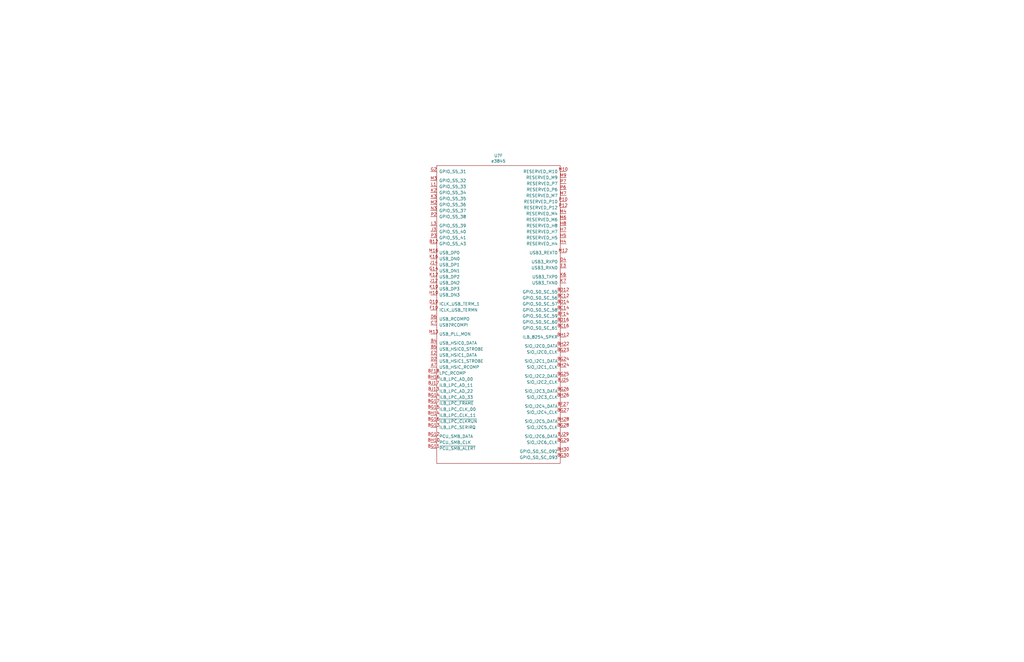
<source format=kicad_sch>
(kicad_sch (version 20231120) (generator "eeschema") (generator_version "8.0")
  (paper "B")
  (lib_symbols
    (symbol "intel_cpu:e3845" (pin_names (offset 1.016))
      (property "Reference" "U" (at 0 -1.27 0))
      (property "Value" "e3845" (at 0 -154.94 0))
      (symbol "e3845_1_1"
        (pin bidirectional line (at 22.86 -39.37 180) (length 2.54) (name "DRAM0_DQ_1313") (number "A33"))
        (pin bidirectional line (at 22.86 -34.29 180) (length 2.54) (name "DRAM0_DQ_1111") (number "A37"))
        (pin bidirectional line (at 22.86 -64.77 180) (length 2.54) (name "DRAM0_DQ_2424") (number "A41"))
        (pin bidirectional line (at 22.86 -69.85 180) (length 2.54) (name "DRAM0_DQ_2626") (number "A45"))
        (pin bidirectional line (at 22.86 -204.47 180) (length 2.54) (name "DRAM0_DQSN_77") (number "AA51"))
        (pin bidirectional line (at 22.86 -123.19 180) (length 2.54) (name "DARM0_DQ_4747") (number "AB40"))
        (pin input line (at -26.67 -148.59 0) (length 2.54) (name "DRAM_CORE_PWROK") (number "AB42"))
        (pin bidirectional line (at 22.86 -140.97 180) (length 2.54) (name "DRAM0_DQ_5454") (number "AB44"))
        (pin bidirectional line (at 22.86 -201.93 180) (length 2.54) (name "DRAM0_DQSP_77") (number "AB52"))
        (pin bidirectional line (at 22.86 -153.67 180) (length 2.54) (name "DRAM0_DQ_5959") (number "AC51"))
        (pin bidirectional line (at 22.86 -151.13 180) (length 2.54) (name "DRAM0_DQ_5858") (number "AC53"))
        (pin output line (at -25.4 -167.64 0) (length 2.54) (name "RESERVED_AD40") (number "AD40"))
        (pin output line (at -25.4 -170.18 0) (length 2.54) (name "RESERVED_AD41") (number "AD41"))
        (pin input line (at -26.67 -146.05 0) (length 2.54) (name "DRAM_VDD_S4_PWROK") (number "AD42"))
        (pin output line (at -25.4 -152.4 0) (length 2.54) (name "DRAM_RCOMP_00") (number "AD44"))
        (pin output line (at -25.4 -157.48 0) (length 2.54) (name "DRAM_RCOMP_22") (number "AD45"))
        (pin bidirectional line (at 22.86 -130.81 180) (length 2.54) (name "DRAM0_DQ_5050") (number "AD48"))
        (pin bidirectional line (at 22.86 -133.35 180) (length 2.54) (name "DRAM0_DQ_5151") (number "AD50"))
        (pin bidirectional line (at 22.86 -161.29 180) (length 2.54) (name "DRAM0_DQ_6262") (number "AD52"))
        (pin output line (at -25.4 -162.56 0) (length 2.54) (name "RESERVED_AF40") (number "AF40"))
        (pin output line (at -25.4 -165.1 0) (length 2.54) (name "RESERVED_AF41") (number "AF41"))
        (pin output line (at -26.67 -140.97 0) (length 2.54) (name "ICLK_DRAM_TERMN_AF42") (number "AF42"))
        (pin input line (at -25.4 -133.35 0) (length 2.54) (name "DRAM_VREF") (number "AF44"))
        (pin output line (at -25.4 -154.94 0) (length 2.54) (name "DRAM_RCOMP_11") (number "AF45"))
        (pin output line (at -26.67 -138.43 0) (length 2.54) (name "ICLK_DRAM_TERM_1") (number "AH42"))
        (pin bidirectional line (at 22.86 -26.67 180) (length 2.54) (name "DRAM0_DQ_88") (number "B32"))
        (pin bidirectional line (at 22.86 -173.99 180) (length 2.54) (name "DRAM0_DQSN_11") (number "B34"))
        (pin output line (at -25.4 -52.07 0) (length 2.54) (name "DRAM0_DM_11") (number "B36"))
        (pin bidirectional line (at 22.86 -44.45 180) (length 2.54) (name "DRAM0_DQ_1515") (number "B38"))
        (pin bidirectional line (at 22.86 -77.47 180) (length 2.54) (name "DRAM0_DQ_2929") (number "B40"))
        (pin output line (at -25.4 -57.15 0) (length 2.54) (name "DRAM0_DM_33") (number "B42"))
        (pin bidirectional line (at 22.86 -181.61 180) (length 2.54) (name "DRAM0_DQSP_33") (number "B44"))
        (pin bidirectional line (at 22.86 -72.39 180) (length 2.54) (name "DRAM0_DQ_2727") (number "B46"))
        (pin bidirectional line (at 22.86 -82.55 180) (length 2.54) (name "DRAM0_DQ_3131") (number "B47"))
        (pin bidirectional line (at 22.86 -80.01 180) (length 2.54) (name "DRAM0_DQ_3030") (number "B48"))
        (pin output line (at -25.4 -41.91 0) (length 2.54) (name "DRAM0_MA_1414") (number "B49"))
        (pin output line (at -25.4 -44.45 0) (length 2.54) (name "DRAM0_MA_1515") (number "B50"))
        (pin bidirectional line (at 22.86 -29.21 180) (length 2.54) (name "DRAM0_DQ09_C32") (number "C32"))
        (pin bidirectional line (at 22.86 -36.83 180) (length 2.54) (name "DRAM0_DQ_1212") (number "C33"))
        (pin bidirectional line (at 22.86 -171.45 180) (length 2.54) (name "DRAM0_DQSP_11") (number "C35"))
        (pin bidirectional line (at 22.86 -31.75 180) (length 2.54) (name "DRAM0_DQ_1010") (number "C36"))
        (pin bidirectional line (at 22.86 -41.91 180) (length 2.54) (name "DRAM0_DQ_1414") (number "C37"))
        (pin bidirectional line (at 22.86 -57.15 180) (length 2.54) (name "DRAM0_DQ_2121") (number "C38"))
        (pin bidirectional line (at 22.86 -74.93 180) (length 2.54) (name "DRAM0_DQ_2828") (number "C40"))
        (pin bidirectional line (at 22.86 -67.31 180) (length 2.54) (name "DRAM0_DQ_2525") (number "C41"))
        (pin bidirectional line (at 22.86 -184.15 180) (length 2.54) (name "DRAM0_DQSN_33") (number "C43"))
        (pin output line (at -25.4 -99.06 0) (length 2.54) (name "DRAM0_CKE_00") (number "C47"))
        (pin bidirectional line (at 22.86 -176.53 180) (length 2.54) (name "DRAM0_DQSP_22") (number "D40"))
        (pin bidirectional line (at 22.86 -62.23 180) (length 2.54) (name "DRAM0_DQ_2323") (number "D42"))
        (pin output line (at -25.4 -101.6 0) (length 2.54) (name "RESERVED_D48") (number "D48"))
        (pin output line (at -25.4 -24.13 0) (length 2.54) (name "DRAM0_MA_77") (number "D50"))
        (pin output line (at -25.4 -87.63 0) (length 2.54) (name "DRAM0_BS_22") (number "D52"))
        (pin output line (at -25.4 -106.68 0) (length 2.54) (name "RESERVED_E46") (number "E46"))
        (pin output line (at -25.4 -34.29 0) (length 2.54) (name "DRAM0_MA_1111") (number "E51"))
        (pin output line (at -25.4 -29.21 0) (length 2.54) (name "DRAM0_MA_99") (number "E52"))
        (pin bidirectional line (at 22.86 -46.99 180) (length 2.54) (name "DRAM0_DQ_1616") (number "F36"))
        (pin output line (at -25.4 -54.61 0) (length 2.54) (name "DRAM0_DM_22") (number "F38"))
        (pin bidirectional line (at 22.86 -179.07 180) (length 2.54) (name "DRAM0_DQSN_22") (number "F40"))
        (pin bidirectional line (at 22.86 -52.07 180) (length 2.54) (name "DRAM0_DQ_1919") (number "F42"))
        (pin output line (at -25.4 -104.14 0) (length 2.54) (name "DRAM0_CKE_22") (number "F44"))
        (pin output line (at -25.4 -36.83 0) (length 2.54) (name "DRAM0_MA_1212") (number "F47"))
        (pin output line (at -25.4 -49.53 0) (length 2.54) (name "DRAM0_DM_00") (number "G36"))
        (pin bidirectional line (at 22.86 -49.53 180) (length 2.54) (name "DRAM0_DQ_1717") (number "G38"))
        (pin bidirectional line (at 22.86 -54.61 180) (length 2.54) (name "DRAM0_DQ_2020") (number "G40"))
        (pin bidirectional line (at 22.86 -59.69 180) (length 2.54) (name "DRAM0_DQ_2222") (number "G44"))
        (pin output line (at -25.4 -26.67 0) (length 2.54) (name "DRAM0_MA_88") (number "G52"))
        (pin output line (at -25.4 -19.05 0) (length 2.54) (name "DRAM0_MA_55") (number "G53"))
        (pin output line (at -25.4 -13.97 0) (length 2.54) (name "DRAM0_MA_33") (number "H44"))
        (pin output line (at -25.4 -8.89 0) (length 2.54) (name "DRAM0_MA_11") (number "H47"))
        (pin output line (at -25.4 -21.59 0) (length 2.54) (name "DRAM0_MA_66") (number "H49"))
        (pin output line (at -25.4 -16.51 0) (length 2.54) (name "DRAM0_MA_44") (number "H50"))
        (pin output line (at -25.4 -77.47 0) (length 2.54) (name "~{DRAM0_WE}") (number "H51"))
        (pin bidirectional line (at 22.86 -8.89 180) (length 2.54) (name "DRAM0_DQ_11") (number "J36"))
        (pin bidirectional line (at 22.86 -166.37 180) (length 2.54) (name "DRAM0_DQSP_00") (number "J38"))
        (pin output line (at -25.4 -39.37 0) (length 2.54) (name "DRAM0_MA_1313") (number "J51"))
        (pin bidirectional line (at 22.86 -168.91 180) (length 2.54) (name "DRAM0_DQSN_00") (number "K38"))
        (pin bidirectional line (at 22.86 -21.59 180) (length 2.54) (name "DRAM0_DQ_66") (number "K40"))
        (pin bidirectional line (at 22.86 -24.13 180) (length 2.54) (name "DRAM0_DQ_77") (number "K42"))
        (pin output line (at -25.4 -85.09 0) (length 2.54) (name "DRAM0_BS_11") (number "K44"))
        (pin output line (at -25.4 -6.35 0) (length 2.54) (name "DRAM0_MA_00") (number "K45"))
        (pin output line (at -25.4 -82.55 0) (length 2.54) (name "DRAM0_BS_00") (number "K47"))
        (pin output line (at -25.4 -31.75 0) (length 2.54) (name "DRAM0_MA_1010") (number "K48"))
        (pin bidirectional line (at 22.86 -87.63 180) (length 2.54) (name "DRAM0_DQ_3333") (number "K51"))
        (pin bidirectional line (at 22.86 -85.09 180) (length 2.54) (name "DRAM0_DQ_3232") (number "K52"))
        (pin output line (at -25.4 -11.43 0) (length 2.54) (name "DRAM0_MA_22") (number "L41"))
        (pin bidirectional line (at 22.86 -95.25 180) (length 2.54) (name "DRAM0_DQ_3636") (number "L51"))
        (pin bidirectional line (at 22.86 -97.79 180) (length 2.54) (name "DRAM0_DQ_3737") (number "L53"))
        (pin bidirectional line (at 22.86 -6.35 180) (length 2.54) (name "DRAM0_DQ_00") (number "M36"))
        (pin bidirectional line (at 22.86 -13.97 180) (length 2.54) (name "DRAM0_DQ_33") (number "M40"))
        (pin output line (at -25.4 -74.93 0) (length 2.54) (name "~{DRAM0_CAS}") (number "M44"))
        (pin output line (at -25.4 -72.39 0) (length 2.54) (name "~{DRAM0_RAS}") (number "M45"))
        (pin output line (at -25.4 -119.38 0) (length 2.54) (name "DRAM0_CKN_0") (number "M48"))
        (pin output line (at -25.4 -116.84 0) (length 2.54) (name "DRAM0_CKP_0") (number "M50"))
        (pin bidirectional line (at 22.86 -189.23 180) (length 2.54) (name "DRAM0_DQSN_44") (number "M52"))
        (pin bidirectional line (at 22.86 -19.05 180) (length 2.54) (name "DRAM0_DQ_55") (number "N36"))
        (pin bidirectional line (at 22.86 -186.69 180) (length 2.54) (name "DRAM0_DQSP_44") (number "N53"))
        (pin bidirectional line (at 22.86 -16.51 180) (length 2.54) (name "DRAM0_DQ_44") (number "P36"))
        (pin bidirectional line (at 22.86 -11.43 180) (length 2.54) (name "DRAM0_DQ_22") (number "P40"))
        (pin output line (at -25.4 -129.54 0) (length 2.54) (name "~{DRAM0_DRAMRST}") (number "P41"))
        (pin output line (at -25.4 -113.03 0) (length 2.54) (name "DRAM0_ODT_2") (number "P42"))
        (pin output line (at -25.4 -92.71 0) (length 2.54) (name "~{DRAM0_CS_0}") (number "P44"))
        (pin output line (at -25.4 -95.25 0) (length 2.54) (name "~{DRAM0_CS_2}") (number "P45"))
        (pin output line (at -25.4 -125.73 0) (length 2.54) (name "DRAM0_CKN_2") (number "P48"))
        (pin output line (at -25.4 -123.19 0) (length 2.54) (name "DRAM0_CKP_2") (number "P50"))
        (pin output line (at -25.4 -59.69 0) (length 2.54) (name "DRAM0_DM_44") (number "P51"))
        (pin bidirectional line (at 22.86 -100.33 180) (length 2.54) (name "DRAM0_DQ_3838") (number "R51"))
        (pin bidirectional line (at 22.86 -102.87 180) (length 2.54) (name "DRAM0_DQ_3939") (number "R53"))
        (pin output line (at -25.4 -110.49 0) (length 2.54) (name "DRAM0_ODT_0") (number "T41"))
        (pin bidirectional line (at 22.86 -191.77 180) (length 2.54) (name "DRAM0_DQSP_55") (number "T42"))
        (pin bidirectional line (at 22.86 -194.31 180) (length 2.54) (name "DRAM0_DQSN_55") (number "T44"))
        (pin bidirectional line (at 22.86 -107.95 180) (length 2.54) (name "DRAM0_DQ_4141") (number "T45"))
        (pin bidirectional line (at 22.86 -105.41 180) (length 2.54) (name "DRAM0_DQ_4040") (number "T47"))
        (pin bidirectional line (at 22.86 -115.57 180) (length 2.54) (name "DRAM0_DQ_4444") (number "T48"))
        (pin bidirectional line (at 22.86 -118.11 180) (length 2.54) (name "DRAM0_DQ_4545") (number "T50"))
        (pin bidirectional line (at 22.86 -92.71 180) (length 2.54) (name "DRAM0_DQ_3535") (number "T51"))
        (pin bidirectional line (at 22.86 -90.17 180) (length 2.54) (name "DRAM0_DQ_3434") (number "T52"))
        (pin bidirectional line (at 22.86 -113.03 180) (length 2.54) (name "DRAM0_DQ_4343") (number "V41"))
        (pin output line (at -25.4 -62.23 0) (length 2.54) (name "DRAM0_DM_55") (number "V42"))
        (pin bidirectional line (at 22.86 -125.73 180) (length 2.54) (name "DRAM0_DQ_4848") (number "V45"))
        (pin bidirectional line (at 22.86 -128.27 180) (length 2.54) (name "DRAM0_DQ_4949") (number "V47"))
        (pin bidirectional line (at 22.86 -135.89 180) (length 2.54) (name "DRAM0_DQ_5252") (number "V48"))
        (pin bidirectional line (at 22.86 -138.43 180) (length 2.54) (name "DRAM0_DQ_5353") (number "V50"))
        (pin bidirectional line (at 22.86 -146.05 180) (length 2.54) (name "DRAM0_DQ_5656") (number "V52"))
        (pin bidirectional line (at 22.86 -148.59 180) (length 2.54) (name "DRAM0_DQ_5757") (number "W51"))
        (pin bidirectional line (at 22.86 -156.21 180) (length 2.54) (name "DRAM0_DQ_6060") (number "W53"))
        (pin bidirectional line (at 22.86 -110.49 180) (length 2.54) (name "DRAM0_DQ_4242") (number "Y40"))
        (pin bidirectional line (at 22.86 -120.65 180) (length 2.54) (name "DRAM0_DQ_4646") (number "Y42"))
        (pin bidirectional line (at 22.86 -143.51 180) (length 2.54) (name "DRAM0_DQ_5555") (number "Y45"))
        (pin bidirectional line (at 22.86 -196.85 180) (length 2.54) (name "DRAM0_DQSP_66") (number "Y47"))
        (pin bidirectional line (at 22.86 -199.39 180) (length 2.54) (name "DRAM0_DQSN_66") (number "Y48"))
        (pin output line (at -25.4 -64.77 0) (length 2.54) (name "DRAM0_DM_66") (number "Y50"))
        (pin bidirectional line (at 22.86 -158.75 180) (length 2.54) (name "DRAM0_DQ_6161") (number "Y51"))
        (pin output line (at -25.4 -67.31 0) (length 2.54) (name "DRAM0_DM_77") (number "Y52"))
      )
      (symbol "e3845_2_1"
        (pin bidirectional line (at 26.67 -133.35 180) (length 2.54) (name "DRAM1_DQ_5050") (number "AF48"))
        (pin bidirectional line (at 26.67 -135.89 180) (length 2.54) (name "DRAM1_DQ_5151") (number "AF50"))
        (pin bidirectional line (at 26.67 -166.37 180) (length 2.54) (name "DRAM1_DQ_6363") (number "AF51"))
        (pin bidirectional line (at 26.67 -163.83 180) (length 2.54) (name "DRAM1_DQ_6262") (number "AF52"))
        (pin bidirectional line (at 26.67 -156.21 180) (length 2.54) (name "DRAM1_DQ_5959") (number "AG51"))
        (pin bidirectional line (at 26.67 -153.67 180) (length 2.54) (name "DRAM1_DQ_5858") (number "AG53"))
        (pin bidirectional line (at 26.67 -125.73 180) (length 2.54) (name "DRAM1_DQ_4747") (number "AH40"))
        (pin bidirectional line (at 26.67 -143.51 180) (length 2.54) (name "DRAM1_DQ_5454") (number "AH44"))
        (pin bidirectional line (at 26.67 -207.01 180) (length 2.54) (name "DRAM1_DQSP_77") (number "AH52"))
        (pin bidirectional line (at 26.67 -209.55 180) (length 2.54) (name "DRAM1_DQSN_77") (number "AJ51"))
        (pin bidirectional line (at 26.67 -113.03 180) (length 2.54) (name "DRAM1_DQ_4242") (number "AK40"))
        (pin bidirectional line (at 26.67 -123.19 180) (length 2.54) (name "DRAM1_DQ_4646") (number "AK42"))
        (pin bidirectional line (at 26.67 -146.05 180) (length 2.54) (name "DRAM1_DQ_5555") (number "AK45"))
        (pin bidirectional line (at 26.67 -201.93 180) (length 2.54) (name "DRAM1_DQSP_66") (number "AK47"))
        (pin bidirectional line (at 26.67 -204.47 180) (length 2.54) (name "DRAM1_DQSN_66") (number "AK48"))
        (pin output line (at -33.02 -64.77 0) (length 2.54) (name "DRAM1_DM_66") (number "AK50"))
        (pin bidirectional line (at 26.67 -161.29 180) (length 2.54) (name "DRAM1_DQ_6161") (number "AK51"))
        (pin output line (at -33.02 -67.31 0) (length 2.54) (name "DRAM1_DM_77") (number "AK52"))
        (pin bidirectional line (at 26.67 -151.13 180) (length 2.54) (name "DRAM1_DQ_5757") (number "AL51"))
        (pin bidirectional line (at 26.67 -158.75 180) (length 2.54) (name "DRAM1_DQ_6060") (number "AL53"))
        (pin bidirectional line (at 26.67 -115.57 180) (length 2.54) (name "DRAM1_DQ_4343") (number "AM41"))
        (pin output line (at -33.02 -62.23 0) (length 2.54) (name "DRAM1_DM_55") (number "AM42"))
        (pin bidirectional line (at 26.67 -128.27 180) (length 2.54) (name "DRAM1_DQ_4848") (number "AM45"))
        (pin bidirectional line (at 26.67 -130.81 180) (length 2.54) (name "DRAM1_DQ_4949") (number "AM47"))
        (pin bidirectional line (at 26.67 -138.43 180) (length 2.54) (name "DRAM1_DQ_5252") (number "AM48"))
        (pin bidirectional line (at 26.67 -140.97 180) (length 2.54) (name "DRAM1_DQ_5353") (number "AM50"))
        (pin bidirectional line (at 26.67 -148.59 180) (length 2.54) (name "DRAM1_DQ_5656") (number "AM52"))
        (pin output line (at -33.02 -110.49 0) (length 2.54) (name "DRAM1_ODT_0") (number "AP41"))
        (pin bidirectional line (at 26.67 -196.85 180) (length 2.54) (name "DRAM1_DQSP_55") (number "AP42"))
        (pin bidirectional line (at 26.67 -199.39 180) (length 2.54) (name "DRAM1_DQSN_55") (number "AP44"))
        (pin bidirectional line (at 26.67 -110.49 180) (length 2.54) (name "DRAM1_DQ_4141") (number "AP45"))
        (pin bidirectional line (at 26.67 -107.95 180) (length 2.54) (name "DRAM1_DQ_4040") (number "AP47"))
        (pin bidirectional line (at 26.67 -118.11 180) (length 2.54) (name "DRAM1_DQ_4444") (number "AP48"))
        (pin bidirectional line (at 26.67 -120.65 180) (length 2.54) (name "DRAM1_DQ_4545") (number "AP50"))
        (pin bidirectional line (at 26.67 -95.25 180) (length 2.54) (name "DRAM1_DQ_3535") (number "AP51"))
        (pin bidirectional line (at 26.67 -92.71 180) (length 2.54) (name "DRAM1_DQ_3434") (number "AP52"))
        (pin bidirectional line (at 26.67 -102.87 180) (length 2.54) (name "DRAM1_DQ_3838") (number "AR51"))
        (pin bidirectional line (at 26.67 -105.41 180) (length 2.54) (name "DRAM1_DQ_3939") (number "AR53"))
        (pin bidirectional line (at 26.67 -49.53 180) (length 2.54) (name "DRAM1_DQ_1717") (number "AT36"))
        (pin bidirectional line (at 26.67 -54.61 180) (length 2.54) (name "DRAM1_DQ_1919") (number "AT40"))
        (pin output line (at -33.02 -129.54 0) (length 2.54) (name "~{DRAM1_DRAMRST}") (number "AT41"))
        (pin output line (at -33.02 -113.03 0) (length 2.54) (name "DRAM1_ODT_2") (number "AT42"))
        (pin output line (at -33.02 -91.44 0) (length 2.54) (name "~{DRAM1_CS_0}") (number "AT44"))
        (pin output line (at -33.02 -95.25 0) (length 2.54) (name "~{DRAM1_CS_2}") (number "AT45"))
        (pin output line (at -33.02 -125.73 0) (length 2.54) (name "DRAM1_CKN_2") (number "AT48"))
        (pin output line (at -33.02 -123.19 0) (length 2.54) (name "DRAM1_CKP_2") (number "AT50"))
        (pin output line (at -33.02 -59.69 0) (length 2.54) (name "DRAM1_DM_44") (number "AT51"))
        (pin bidirectional line (at 26.67 -46.99 180) (length 2.54) (name "DRAM1_DQ_1616") (number "AU36"))
        (pin bidirectional line (at 26.67 -191.77 180) (length 2.54) (name "DRAM1_DQSP_44") (number "AU53"))
        (pin bidirectional line (at 26.67 -59.69 180) (length 2.54) (name "DRAM1_DQ_2121") (number "AV36"))
        (pin bidirectional line (at 26.67 -52.07 180) (length 2.54) (name "DRAM1_DQ_1818") (number "AV40"))
        (pin output line (at -33.02 -74.93 0) (length 2.54) (name "~{DRAM1_CAS}") (number "AV44"))
        (pin output line (at -33.02 -72.39 0) (length 2.54) (name "~{DRAM1_RAS}") (number "AV45"))
        (pin output line (at -33.02 -119.38 0) (length 2.54) (name "DRAM1_CKN_0") (number "AV48"))
        (pin output line (at -33.02 -116.84 0) (length 2.54) (name "DRAM1_CKP_0") (number "AV50"))
        (pin bidirectional line (at 26.67 -194.31 180) (length 2.54) (name "DRAM1_DQSN_44") (number "AV53"))
        (pin output line (at -33.02 -11.43 0) (length 2.54) (name "DRAM1_MA_22") (number "AW41"))
        (pin bidirectional line (at 26.67 -97.79 180) (length 2.54) (name "DRAM1_DQ_3636") (number "AW51"))
        (pin bidirectional line (at 26.67 -100.33 180) (length 2.54) (name "DRAM1_DQ_3737") (number "AW53"))
        (pin bidirectional line (at 26.67 -184.15 180) (length 2.54) (name "DRAM1_DQSN_22") (number "AY38"))
        (pin bidirectional line (at 26.67 -64.77 180) (length 2.54) (name "DRAM1_DQ_2323") (number "AY40"))
        (pin bidirectional line (at 26.67 -62.23 180) (length 2.54) (name "DRAM1_DQ_2222") (number "AY42"))
        (pin output line (at -33.02 -85.09 0) (length 2.54) (name "DRAM1_BS_11") (number "AY44"))
        (pin output line (at -33.02 -6.35 0) (length 2.54) (name "DRAM1_MA_00") (number "AY45"))
        (pin output line (at -33.02 -82.55 0) (length 2.54) (name "DRAM1_BS_00") (number "AY47"))
        (pin output line (at -33.02 -31.75 0) (length 2.54) (name "DRAM1_MA_1010") (number "AY48"))
        (pin bidirectional line (at 26.67 -90.17 180) (length 2.54) (name "DRAM1_DQ_3333") (number "AY51"))
        (pin bidirectional line (at 26.67 -87.63 180) (length 2.54) (name "DRAM1_DQ_3232") (number "AY52"))
        (pin bidirectional line (at 26.67 -57.15 180) (length 2.54) (name "DRAM1_DQ_2020") (number "BA36"))
        (pin bidirectional line (at 26.67 -181.61 180) (length 2.54) (name "DRAM1_DQSP_22") (number "BA38"))
        (pin bidirectional line (at 26.67 -11.43 180) (length 2.54) (name "DRAM1_DQ_22") (number "BA42"))
        (pin output line (at -33.02 -39.37 0) (length 2.54) (name "DRAM1_MA_1313") (number "BA51"))
        (pin output line (at -33.02 -13.97 0) (length 2.54) (name "DRAM1_MA_33") (number "BB44"))
        (pin output line (at -33.02 -8.89 0) (length 2.54) (name "DRAM1_MA_11") (number "BB47"))
        (pin output line (at -33.02 -21.59 0) (length 2.54) (name "DRAM1_MA_66") (number "BB49"))
        (pin output line (at -33.02 -16.51 0) (length 2.54) (name "DRAM1_MA_44") (number "BB50"))
        (pin output line (at -33.02 -77.47 0) (length 2.54) (name "~{DRAM1_WE}") (number "BB51"))
        (pin output line (at -33.02 -54.61 0) (length 2.54) (name "DRAM1_DM_22") (number "BC36"))
        (pin bidirectional line (at 26.67 -16.51 180) (length 2.54) (name "DRAM1_DQ_44") (number "BC38"))
        (pin bidirectional line (at 26.67 -8.89 180) (length 2.54) (name "DRAM1_DQ_11") (number "BC40"))
        (pin bidirectional line (at 26.67 -24.13 180) (length 2.54) (name "DRAM1_DQ_77") (number "BC44"))
        (pin output line (at -33.02 -26.67 0) (length 2.54) (name "DRAM1_MA_88") (number "BC52"))
        (pin output line (at -33.02 -19.05 0) (length 2.54) (name "DRAM1_MA_55") (number "BC53"))
        (pin bidirectional line (at 26.67 -19.05 180) (length 2.54) (name "DRAM1_DQ_55") (number "BD36"))
        (pin output line (at -33.02 -49.53 0) (length 2.54) (name "DRAM1_DM_00") (number "BD38"))
        (pin bidirectional line (at 26.67 -173.99 180) (length 2.54) (name "DRAM1_DQSN_00") (number "BD40"))
        (pin bidirectional line (at 26.67 -13.97 180) (length 2.54) (name "DRAM1_DQ_33") (number "BD42"))
        (pin output line (at -33.02 -104.14 0) (length 2.54) (name "DRAM1_CKE_22") (number "BD44"))
        (pin output line (at -33.02 -36.83 0) (length 2.54) (name "DRAM1_MA_1212") (number "BD47"))
        (pin output line (at -33.02 -101.6 0) (length 2.54) (name "RESERVED_BE46") (number "BE46"))
        (pin output line (at -33.02 -34.29 0) (length 2.54) (name "DRAM1_MA_1111") (number "BE51"))
        (pin output line (at -33.02 -29.21 0) (length 2.54) (name "DRAM1_MA_99") (number "BE52"))
        (pin bidirectional line (at 26.67 -171.45 180) (length 2.54) (name "DRAM1_DQSP_00") (number "BF40"))
        (pin bidirectional line (at 26.67 -21.59 180) (length 2.54) (name "DRAM1_DQ_66") (number "BF42"))
        (pin output line (at -33.02 -106.68 0) (length 2.54) (name "RESERVED_BF48") (number "BF48"))
        (pin output line (at -33.02 -24.13 0) (length 2.54) (name "DRAM1_MA_77") (number "BF50"))
        (pin output line (at -33.02 -87.63 0) (length 2.54) (name "DRAM1_BS_22") (number "BF52"))
        (pin bidirectional line (at 26.67 -29.21 180) (length 2.54) (name "DRAM1_DQ_99") (number "BG32"))
        (pin bidirectional line (at 26.67 -36.83 180) (length 2.54) (name "DRAM1_DQ_1212") (number "BG33"))
        (pin bidirectional line (at 26.67 -176.53 180) (length 2.54) (name "DRAM1_DQSP_11") (number "BG35"))
        (pin bidirectional line (at 26.67 -31.75 180) (length 2.54) (name "DRAM1_DQ_1010") (number "BG36"))
        (pin bidirectional line (at 26.67 -41.91 180) (length 2.54) (name "DRAM1_DQ_1414") (number "BG37"))
        (pin bidirectional line (at 26.67 -6.35 180) (length 2.54) (name "DRAM1_DQ_00") (number "BG38"))
        (pin bidirectional line (at 26.67 -77.47 180) (length 2.54) (name "DRAM1_DQ_2828") (number "BG40"))
        (pin bidirectional line (at 26.67 -69.85 180) (length 2.54) (name "DRAM1_DQ_2525") (number "BG41"))
        (pin bidirectional line (at 26.67 -189.23 180) (length 2.54) (name "DRAM1_DQSN_33") (number "BG43"))
        (pin output line (at -33.02 -99.06 0) (length 2.54) (name "DRAM1_CKE_00") (number "BG47"))
        (pin bidirectional line (at 26.67 -26.67 180) (length 2.54) (name "DRAM1_DQ_88") (number "BH32"))
        (pin bidirectional line (at 26.67 -179.07 180) (length 2.54) (name "DRAM1_DQSN_11") (number "BH34"))
        (pin output line (at -33.02 -52.07 0) (length 2.54) (name "DRAM1_DM_11") (number "BH36"))
        (pin bidirectional line (at 26.67 -44.45 180) (length 2.54) (name "DRAM1_DQ_1515") (number "BH38"))
        (pin bidirectional line (at 26.67 -80.01 180) (length 2.54) (name "DRAM1_DQ_2929") (number "BH40"))
        (pin output line (at -33.02 -57.15 0) (length 2.54) (name "DRAM1_DM_33") (number "BH42"))
        (pin bidirectional line (at 26.67 -186.69 180) (length 2.54) (name "DRAM1_DQSP_33") (number "BH44"))
        (pin bidirectional line (at 26.67 -74.93 180) (length 2.54) (name "DRAM1_DQ_2727") (number "BH46"))
        (pin bidirectional line (at 26.67 -85.09 180) (length 2.54) (name "DRAM1_DQ_3131") (number "BH47"))
        (pin bidirectional line (at 26.67 -82.55 180) (length 2.54) (name "DRAM1_DQ_3030") (number "BH48"))
        (pin output line (at -33.02 -41.91 0) (length 2.54) (name "DRAM1_MA_1414") (number "BH49"))
        (pin output line (at -33.02 -44.45 0) (length 2.54) (name "DRAM1_MA_1515") (number "BH50"))
        (pin bidirectional line (at 26.67 -39.37 180) (length 2.54) (name "DRAM1_DQ_1313") (number "BJ33"))
        (pin bidirectional line (at 26.67 -34.29 180) (length 2.54) (name "DRAM1_DQ_1111") (number "BJ37"))
        (pin bidirectional line (at 26.67 -67.31 180) (length 2.54) (name "DRAM1_DQ_2424") (number "BJ41"))
        (pin bidirectional line (at 26.67 -72.39 180) (length 2.54) (name "DRAM1_DQ_2626") (number "BJ45"))
      )
      (symbol "e3845_3_1"
        (pin input line (at -25.4 -120.65 0) (length 2.54) (name "RESERVED_A29") (number "A29"))
        (pin input line (at 26.67 -102.87 180) (length 2.54) (name "RESERVED_AB12") (number "AB12"))
        (pin input line (at 26.67 -100.33 180) (length 2.54) (name "RESERVED_AB13") (number "AB13"))
        (pin input line (at -25.4 -125.73 0) (length 2.54) (name "RESERVED_AB14") (number "AB14"))
        (pin input line (at -25.4 -77.47 0) (length 2.54) (name "RESERVED_AB2") (number "AB2"))
        (pin input line (at -25.4 -74.93 0) (length 2.54) (name "RESERVED_AB3") (number "AB3"))
        (pin input line (at -25.4 -107.95 0) (length 2.54) (name "RESERVED_AB7") (number "AB7"))
        (pin input line (at -25.4 -105.41 0) (length 2.54) (name "RESERVED_AB9") (number "AB9"))
        (pin output line (at 26.67 -22.86 180) (length 2.54) (name "DDI1_TXN_3") (number "AC1"))
        (pin output line (at 26.67 -20.32 180) (length 2.54) (name "DDI1_TXP_3") (number "AC3"))
        (pin output line (at 26.67 -17.78 180) (length 2.54) (name "DDI1_TXN_2") (number "AD2"))
        (pin output line (at 26.67 -15.24 180) (length 2.54) (name "DDI1_TXP_2") (number "AD3"))
        (pin input line (at -25.4 -102.87 0) (length 2.54) (name "RESERVED_AD4") (number "AD4"))
        (pin input line (at -25.4 -100.33 0) (length 2.54) (name "RESERVED_AD6") (number "AD6"))
        (pin input line (at 26.67 -59.69 180) (length 2.54) (name "RESERVED_AF13") (number "AF13"))
        (pin input line (at 26.67 -57.15 180) (length 2.54) (name "RESERVED_AF14") (number "AF14"))
        (pin output line (at 26.67 -12.7 180) (length 2.54) (name "DDI1_TXN_1") (number "AF2"))
        (pin output line (at 26.67 -10.16 180) (length 2.54) (name "DDI1_TXP_1") (number "AF3"))
        (pin output line (at 26.67 -7.62 180) (length 2.54) (name "DDI1_TXN_0") (number "AG1"))
        (pin output line (at 26.67 -5.08 180) (length 2.54) (name "DDI1_TXP_0") (number "AG3"))
        (pin input line (at 26.67 -54.61 180) (length 2.54) (name "RESERVED_AH13") (number "AH13"))
        (pin input line (at 26.67 -52.07 180) (length 2.54) (name "RESERVED_AH14") (number "AH14"))
        (pin input line (at 26.67 -64.77 180) (length 2.54) (name "RESERVED_VSS3") (number "AH2"))
        (pin input line (at 26.67 -62.23 180) (length 2.54) (name "RESERVED_VSS2") (number "AH3"))
        (pin input line (at -25.4 -54.61 0) (length 2.54) (name "DDI0_RCOMP_P") (number "AK12"))
        (pin input line (at -25.4 -52.07 0) (length 2.54) (name "~{DDI0_RCOMP}") (number "AK13"))
        (pin bidirectional line (at 26.67 -29.21 180) (length 2.54) (name "DDI1_AUXN") (number "AK2"))
        (pin bidirectional line (at 26.67 -26.67 180) (length 2.54) (name "DDI1_AUXP") (number "AK3"))
        (pin bidirectional line (at -25.4 -29.21 0) (length 2.54) (name "DDI0_AUXN") (number "AL1"))
        (pin bidirectional line (at -25.4 -26.67 0) (length 2.54) (name "DDI0_AUXP") (number "AL3"))
        (pin input line (at -25.4 -59.69 0) (length 2.54) (name "RESERVED_AM13") (number "AM13"))
        (pin input line (at -25.4 -57.15 0) (length 2.54) (name "RESERVED_AM14") (number "AM14"))
        (pin input line (at -25.4 -64.77 0) (length 2.54) (name "RESERVED_VSS1") (number "AM2"))
        (pin input line (at -25.4 -62.23 0) (length 2.54) (name "RESERVED_VSS0") (number "AM3"))
        (pin output line (at -25.4 -22.86 0) (length 2.54) (name "DDI0_TXN_3") (number "AP2"))
        (pin output line (at -25.4 -20.32 0) (length 2.54) (name "DDI0_TXP_3") (number "AP3"))
        (pin output line (at -25.4 -17.78 0) (length 2.54) (name "DDI0_TXN_2") (number "AR1"))
        (pin output line (at -25.4 -15.24 0) (length 2.54) (name "DDI0_TXP_2") (number "AR3"))
        (pin output line (at -25.4 -10.16 0) (length 2.54) (name "DDI0_TXP_1") (number "AT2"))
        (pin output line (at -25.4 -12.7 0) (length 2.54) (name "DDI0_TXN_1") (number "AT3"))
        (pin output line (at -25.4 -7.62 0) (length 2.54) (name "DDI0_TXN_0") (number "AV2"))
        (pin output line (at -25.4 -5.08 0) (length 2.54) (name "DDI0_TXP_0") (number "AV3"))
        (pin input line (at 26.67 -76.2 180) (length 2.54) (name "VGA_IREF") (number "AW1"))
        (pin output line (at 26.67 -71.12 180) (length 2.54) (name "VGA_BLUE") (number "AY2"))
        (pin input line (at 26.67 -78.74 180) (length 2.54) (name "VGA_IRTN") (number "AY3"))
        (pin output line (at -25.4 -48.26 0) (length 2.54) (name "DDI0_BKLTCTL") (number "B26"))
        (pin output line (at -25.4 -43.18 0) (length 2.54) (name "DDI0_VDDEN") (number "B28"))
        (pin input line (at -25.4 -128.27 0) (length 2.54) (name "GPIO_S0_NC12") (number "B30"))
        (pin output line (at 26.67 -73.66 180) (length 2.54) (name "VGA_GREEN") (number "BA1"))
        (pin output line (at 26.67 -68.58 180) (length 2.54) (name "VGA_RED") (number "BA3"))
        (pin bidirectional line (at 26.67 -88.9 180) (length 2.54) (name "VGA_DDCCLK") (number "BC1"))
        (pin bidirectional line (at 26.67 -91.44 180) (length 2.54) (name "VGA_DDCDATA") (number "BC2"))
        (pin output line (at 26.67 -82.55 180) (length 2.54) (name "VGA_HSYNC") (number "BD2"))
        (pin output line (at 26.67 -85.09 180) (length 2.54) (name "VGA_VSYNC") (number "BF2"))
        (pin bidirectional line (at -25.4 -36.83 0) (length 2.54) (name "DDI0_DDCDATA") (number "C26"))
        (pin output line (at -25.4 -45.72 0) (length 2.54) (name "DDI0_BKLTEN") (number "C27"))
        (pin input line (at -25.4 -39.37 0) (length 2.54) (name "DDI0_DDCCLK") (number "C28"))
        (pin input line (at -25.4 -123.19 0) (length 2.54) (name "RESERVED_C29") (number "C29"))
        (pin input line (at -25.4 -130.81 0) (length 2.54) (name "RESERVED_C30") (number "C30"))
        (pin input line (at -25.4 -33.02 0) (length 2.54) (name "DDI0_HPD") (number "D27"))
        (pin input line (at 26.67 -162.56 180) (length 2.54) (name "RESERVED_D28") (number "D28"))
        (pin input line (at 26.67 -142.24 180) (length 2.54) (name "RESERVED_D32") (number "D32"))
        (pin input line (at 26.67 -157.48 180) (length 2.54) (name "RESERVED_D34") (number "D34"))
        (pin input line (at 26.67 -152.4 180) (length 2.54) (name "RESERVED_F28") (number "F28"))
        (pin input line (at 26.67 -154.94 180) (length 2.54) (name "RESERVED_F32") (number "F32"))
        (pin input line (at 26.67 -167.64 180) (length 2.54) (name "RESERVED_F34") (number "F34"))
        (pin bidirectional line (at 26.67 -39.37 180) (length 2.54) (name "DDI1_DDCCLK") (number "G30"))
        (pin input line (at 26.67 -160.02 180) (length 2.54) (name "RESERVED_J28") (number "J28"))
        (pin output line (at 26.67 -45.72 180) (length 2.54) (name "DDI1_BKLTEN") (number "J30"))
        (pin input line (at 26.67 -147.32 180) (length 2.54) (name "RESERVED_J34") (number "J34"))
        (pin input line (at 26.67 -149.86 180) (length 2.54) (name "RESERVED_K28") (number "K28"))
        (pin input line (at 26.67 -33.02 180) (length 2.54) (name "DDI1_HPD") (number "K30"))
        (pin input line (at 26.67 -139.7 180) (length 2.54) (name "RESERVED_K34") (number "K34"))
        (pin output line (at 26.67 -48.26 180) (length 2.54) (name "DDI1_BKLTCTL") (number "M30"))
        (pin input line (at 26.67 -165.1 180) (length 2.54) (name "RESERVED_M32") (number "M32"))
        (pin output line (at 26.67 -43.18 180) (length 2.54) (name "DDI1_VDDEN") (number "N30"))
        (pin input line (at 26.67 -144.78 180) (length 2.54) (name "RESERVED_N32") (number "N32"))
        (pin input line (at 26.67 -135.89 180) (length 2.54) (name "RESERVED_P14") (number "P14"))
        (pin bidirectional line (at 26.67 -36.83 180) (length 2.54) (name "DDI1_DDCDATA") (number "P30"))
        (pin input line (at -25.4 -97.79 0) (length 2.54) (name "RESERVED_R1") (number "R1"))
        (pin input line (at -25.4 -95.25 0) (length 2.54) (name "RESERVED_R3") (number "R3"))
        (pin input line (at 26.67 -118.11 180) (length 2.54) (name "RESERVED_T10") (number "T10"))
        (pin input line (at 26.67 -115.57 180) (length 2.54) (name "RESERVED_T12") (number "T12"))
        (pin input line (at 26.67 -128.27 180) (length 2.54) (name "RESERVED_T13") (number "T13"))
        (pin input line (at 26.67 -125.73 180) (length 2.54) (name "RESERVED_T14") (number "T14"))
        (pin input line (at -25.4 -69.85 0) (length 2.54) (name "RESERVED_T2") (number "T2"))
        (pin input line (at -25.4 -72.39 0) (length 2.54) (name "RESERVED_T3") (number "T3"))
        (pin input line (at 26.67 -133.35 180) (length 2.54) (name "RESERVED_T4") (number "T4"))
        (pin input line (at 26.67 -130.81 180) (length 2.54) (name "RESERVED_T6") (number "T6"))
        (pin input line (at 26.67 -95.25 180) (length 2.54) (name "RESERVED_T7") (number "T7"))
        (pin input line (at 26.67 -97.79 180) (length 2.54) (name "RESERVED_T9") (number "T9"))
        (pin input line (at 26.67 -110.49 180) (length 2.54) (name "RESERVED_V10") (number "V10"))
        (pin input line (at 26.67 -123.19 180) (length 2.54) (name "RESERVED_V13") (number "V13"))
        (pin input line (at 26.67 -120.65 180) (length 2.54) (name "RESERVED_V14") (number "V14"))
        (pin input line (at -25.4 -90.17 0) (length 2.54) (name "RESERVED_V2") (number "V2"))
        (pin input line (at -25.4 -92.71 0) (length 2.54) (name "RESERVED_V3") (number "V3"))
        (pin input line (at -25.4 -115.57 0) (length 2.54) (name "RESERVED_V4") (number "V4"))
        (pin input line (at -25.4 -118.11 0) (length 2.54) (name "RESERVED_V6") (number "V6"))
        (pin input line (at 26.67 -113.03 180) (length 2.54) (name "RESERVED_V9") (number "V9"))
        (pin input line (at -25.4 -87.63 0) (length 2.54) (name "RESERVED_W1") (number "W1"))
        (pin input line (at -25.4 -85.09 0) (length 2.54) (name "RESERVED_W3") (number "W3"))
        (pin input line (at 26.67 -105.41 180) (length 2.54) (name "RESERVED_Y12") (number "Y12"))
        (pin input line (at 26.67 -107.95 180) (length 2.54) (name "RESERVED_Y13") (number "Y13"))
        (pin input line (at -25.4 -82.55 0) (length 2.54) (name "RESERVED_Y2") (number "Y2"))
        (pin input line (at -25.4 -80.01 0) (length 2.54) (name "RESERVED_Y3") (number "Y3"))
        (pin input line (at -25.4 -110.49 0) (length 2.54) (name "RESERVED_Y4") (number "Y4"))
        (pin input line (at -25.4 -113.03 0) (length 2.54) (name "RESERVED_Y6") (number "Y6"))
      )
      (symbol "e3845_4_1"
        (pin input line (at 29.21 -142.24 180) (length 2.54) (name "RESERVED_AK7") (number "AK7"))
        (pin input line (at 29.21 -139.7 180) (length 2.54) (name "RESERVED_AK9") (number "AK9"))
        (pin input line (at 29.21 -44.45 180) (length 2.54) (name "PCIE_RXN_2") (number "AP10"))
        (pin input line (at 29.21 -41.91 180) (length 2.54) (name "PCIE_RXP_2") (number "AP12"))
        (pin input line (at 29.21 -83.82 180) (length 2.54) (name "PCIE_RCOMP_N_AP13_AP13") (number "AP13"))
        (pin input line (at 29.21 -81.28 180) (length 2.54) (name "PCIE_RCOMP_P_AP14_AP14") (number "AP14"))
        (pin output line (at 29.21 -48.26 180) (length 2.54) (name "PCIE_TXP_3") (number "AP6"))
        (pin input line (at 29.21 -57.15 180) (length 2.54) (name "PCIE_RXN_3") (number "AP7"))
        (pin output line (at 29.21 -50.8 180) (length 2.54) (name "PCIE_TXN_3") (number "AP7"))
        (pin input line (at 29.21 -54.61 180) (length 2.54) (name "PCIE_RXP_3") (number "AP9"))
        (pin input line (at 29.21 -29.21 180) (length 2.54) (name "PCIE_RXP_1") (number "AT10"))
        (pin input line (at 29.21 -19.05 180) (length 2.54) (name "PCIE_RXN_0") (number "AT13"))
        (pin input line (at 29.21 -16.51 180) (length 2.54) (name "PCIE_RXP_0") (number "AT14"))
        (pin bidirectional line (at -25.4 -60.96 0) (length 2.54) (name "MMC1_D3") (number "AT20"))
        (pin output line (at -25.4 -49.53 0) (length 2.54) (name "MMC1_CLK") (number "AT22"))
        (pin bidirectional line (at -25.4 -68.58 0) (length 2.54) (name "MCC1_D6") (number "AT26"))
        (pin bidirectional line (at -25.4 -104.14 0) (length 2.54) (name "SD3_D0") (number "AT28"))
        (pin output line (at 29.21 -38.1 180) (length 2.54) (name "PCIE_TXN_2") (number "AT6"))
        (pin output line (at 29.21 -35.56 180) (length 2.54) (name "PCIE_TXP_2") (number "AT7"))
        (pin input line (at 29.21 -31.75 180) (length 2.54) (name "PCIE_RXN_1") (number "AT9"))
        (pin input line (at -25.4 -15.24 0) (length 2.54) (name "SATA_RXP_0") (number "AU16"))
        (pin bidirectional line (at -25.4 -71.12 0) (length 2.54) (name "MCC1_D7") (number "AU20"))
        (pin bidirectional line (at -25.4 -55.88 0) (length 2.54) (name "MMC1_D1") (number "AU22"))
        (pin bidirectional line (at -25.4 -66.04 0) (length 2.54) (name "MCC1_D5") (number "AU26"))
        (pin bidirectional line (at -25.4 -109.22 0) (length 2.54) (name "SD3_D2") (number "AU28"))
        (pin input line (at 29.21 -92.71 180) (length 2.54) (name "RESERVED_AV10") (number "AV10"))
        (pin input line (at -25.4 -17.78 0) (length 2.54) (name "SATA_RXN_0") (number "AV16"))
        (pin bidirectional line (at -25.4 -53.34 0) (length 2.54) (name "MCC1_D0") (number "AV20"))
        (pin bidirectional line (at -25.4 -58.42 0) (length 2.54) (name "MMC1_D2") (number "AV22"))
        (pin bidirectional line (at -25.4 -74.93 0) (length 2.54) (name "MMC1_CMD") (number "AV26"))
        (pin bidirectional line (at -25.4 -116.84 0) (length 2.54) (name "SD3_CMD") (number "AV28"))
        (pin output line (at 29.21 -25.4 180) (length 2.54) (name "PCIE_TXN_1") (number "AV4"))
        (pin output line (at 29.21 -22.86 180) (length 2.54) (name "PCIE_TXP_1") (number "AV6"))
        (pin input line (at 29.21 -95.25 180) (length 2.54) (name "RESERVED_AV9") (number "AV9"))
        (pin output line (at -25.4 -45.72 0) (length 2.54) (name "~{SATA_LED}") (number "AY12"))
        (pin input line (at -25.4 -43.18 0) (length 2.54) (name "SATA_GP1") (number "AY14"))
        (pin input line (at -25.4 -27.94 0) (length 2.54) (name "SATA_RXP_1") (number "AY16"))
        (pin output line (at -25.4 -81.28 0) (length 2.54) (name "MMC1_RCOMP") (number "AY18"))
        (pin bidirectional line (at -25.4 -87.63 0) (length 2.54) (name "SD2_D0") (number "AY20"))
        (pin bidirectional line (at -25.4 -63.5 0) (length 2.54) (name "MMC1_D4") (number "AY24"))
        (pin output line (at -25.4 -101.6 0) (length 2.54) (name "SD3_CLK") (number "AY26"))
        (pin output line (at 29.21 -11.43 180) (length 2.54) (name "PCIE_TXN_0") (number "AY6"))
        (pin output line (at 29.21 -8.89 180) (length 2.54) (name "PCIE_TXP_0") (number "AY7"))
        (pin input line (at -25.4 -40.64 0) (length 2.54) (name "SATA_GP0") (number "BA12"))
        (pin input line (at -25.4 -30.48 0) (length 2.54) (name "SATA_RXN_1") (number "BA16"))
        (pin output line (at -25.4 -85.09 0) (length 2.54) (name "SD2_CLK") (number "BA18"))
        (pin bidirectional line (at -25.4 -92.71 0) (length 2.54) (name "SD2_D2") (number "BA20"))
        (pin output line (at -25.4 -77.47 0) (length 2.54) (name "MMC1_RST") (number "BA24"))
        (pin bidirectional line (at -25.4 -111.76 0) (length 2.54) (name "SD3_D3") (number "BA26"))
        (pin output line (at 29.21 -125.73 180) (length 2.54) (name "LPE_I2S2_FRM") (number "BA30"))
        (pin input line (at -25.4 -34.29 0) (length 2.54) (name "RESERVED_VSS4") (number "BB10"))
        (pin input line (at 29.21 -90.17 180) (length 2.54) (name "RESERVED_BB3") (number "BB3"))
        (pin input line (at 29.21 -87.63 180) (length 2.54) (name "RESERVED_BB4") (number "BB4"))
        (pin output line (at 29.21 -60.96 180) (length 2.54) (name "RESERVED_VSS6") (number "BB5"))
        (pin output line (at 29.21 -63.5 180) (length 2.54) (name "RESERVED_VSS7") (number "BB7"))
        (pin input line (at -25.4 -36.83 0) (length 2.54) (name "RESERVED_VSS5") (number "BC10"))
        (pin bidirectional line (at -25.4 -97.79 0) (length 2.54) (name "SD2_CMD") (number "BC18"))
        (pin input line (at -25.4 -114.3 0) (length 2.54) (name "SD3_CD#") (number "BC24"))
        (pin output line (at 29.21 -128.27 180) (length 2.54) (name "LPE_I2S2_DATAOUT") (number "BC30"))
        (pin output line (at -25.4 -21.59 0) (length 2.54) (name "SATA_TXP_1") (number "BD10"))
        (pin bidirectional line (at -25.4 -95.25 0) (length 2.54) (name "~{SD2_D3_CD}") (number "BD18"))
        (pin bidirectional line (at -25.4 -90.17 0) (length 2.54) (name "SD2_D1") (number "BD20"))
        (pin output line (at -25.4 -121.92 0) (length 2.54) (name "SD3_PWREN") (number "BD22"))
        (pin bidirectional line (at -25.4 -106.68 0) (length 2.54) (name "SD3_D1") (number "BD26"))
        (pin input line (at 29.21 -130.81 180) (length 2.54) (name "LPE_I2S2_DATAIN") (number "BD28"))
        (pin input line (at 29.21 -77.47 180) (length 2.54) (name "SD3_WP_BD5") (number "BD5"))
        (pin input line (at 29.21 -69.85 180) (length 2.54) (name "PCIE_CLKREQ_1") (number "BD7"))
        (pin input line (at 29.21 -74.93 180) (length 2.54) (name "PCIE_CLKREQ_3") (number "BE3"))
        (pin output line (at -25.4 -24.13 0) (length 2.54) (name "SATA_TXN_1") (number "BF10"))
        (pin input line (at 29.21 -99.06 180) (length 2.54) (name "HDA_LPE_RCOMP") (number "BF20"))
        (pin output line (at -25.4 -119.38 0) (length 2.54) (name "SD3_1P8EN") (number "BF22"))
        (pin output line (at -25.4 -125.73 0) (length 2.54) (name "SD3_RCOMP") (number "BF26"))
        (pin input line (at 29.21 -123.19 180) (length 2.54) (name "LPE_I2S2_CLK") (number "BF28"))
        (pin output line (at -25.4 -8.89 0) (length 2.54) (name "SATA_TXP_0") (number "BF6"))
        (pin bidirectional line (at 29.21 -119.38 180) (length 2.54) (name "GPIO_S0_SC_15") (number "BG18"))
        (pin input line (at 29.21 -111.76 180) (length 2.54) (name "HDA_SDI0") (number "BG19"))
        (pin input line (at 29.21 -109.22 180) (length 2.54) (name "HDA_SDO") (number "BG20"))
        (pin input line (at 29.21 -114.3 180) (length 2.54) (name "HDA_SDI1") (number "BG21"))
        (pin input line (at 29.21 -101.6 180) (length 2.54) (name "~{HDA_RST}") (number "BG22"))
        (pin input line (at 29.21 -67.31 180) (length 2.54) (name "PCIE_CLKREQ_0") (number "BG3"))
        (pin input line (at 29.21 -72.39 180) (length 2.54) (name "PCIE_CLKREQ_2") (number "BG5"))
        (pin output line (at -25.4 -11.43 0) (length 2.54) (name "SATA_TXN_0") (number "BG7"))
        (pin bidirectional line (at 29.21 -116.84 180) (length 2.54) (name "GPIO_S0_SC_14") (number "BH18"))
        (pin input line (at 29.21 -104.14 180) (length 2.54) (name "HDA_SYNC") (number "BH20"))
        (pin input line (at 29.21 -106.68 180) (length 2.54) (name "HDA_CLK") (number "BJ21"))
        (pin input line (at 29.21 -146.05 180) (length 2.54) (name "~{PROCHOT}") (number "C24"))
        (pin input line (at 29.21 -137.16 180) (length 2.54) (name "RESERVED_N34") (number "N34"))
        (pin input line (at 29.21 -134.62 180) (length 2.54) (name "RESERVED_P34") (number "P34"))
      )
      (symbol "e3845_5_1"
        (pin bidirectional line (at -27.94 -134.62 0) (length 2.54) (name "GPIO_S5_9") (number "A13"))
        (pin bidirectional line (at -27.94 -120.65 0) (length 2.54) (name "GPIO_S5_3") (number "A17"))
        (pin output line (at -27.94 -106.68 0) (length 2.54) (name "PCU_SPI_MOSI") (number "A21"))
        (pin bidirectional line (at 27.94 -93.98 180) (length 2.54) (name "SVID_DATA") (number "A25"))
        (pin output line (at 27.94 -83.82 180) (length 2.54) (name "ILB_RTC_X2") (number "A9"))
        (pin input line (at -27.94 -24.13 0) (length 2.54) (name "RESERVED_AD10") (number "AD10"))
        (pin input line (at -27.94 -26.67 0) (length 2.54) (name "RESERVED_AD12") (number "AD12"))
        (pin input line (at -27.94 -20.32 0) (length 2.54) (name "ICLK_RCOMP") (number "AD13"))
        (pin input line (at -27.94 -17.78 0) (length 2.54) (name "ICLK_ICOMP") (number "AD14"))
        (pin input line (at -27.94 -13.97 0) (length 2.54) (name "RESERVED_AD9") (number "AD9"))
        (pin output line (at -27.94 -33.02 0) (length 2.54) (name "PCIE_CLKP_00") (number "AF4"))
        (pin output line (at -27.94 -30.48 0) (length 2.54) (name "PCIE_CLKN_00") (number "AF6"))
        (pin output line (at -27.94 -38.1 0) (length 2.54) (name "PCIE_CLKP_11") (number "AF7"))
        (pin output line (at -27.94 -35.56 0) (length 2.54) (name "PCIE_CLKN_11") (number "AF9"))
        (pin output line (at -27.94 -10.16 0) (length 2.54) (name "ICLK_OSCOUT") (number "AH10"))
        (pin input line (at -27.94 -7.62 0) (length 2.54) (name "ICLK_OSCIN") (number "AH12"))
        (pin output line (at -27.94 -40.64 0) (length 2.54) (name "PCIE_CLKN_22") (number "AK4"))
        (pin output line (at -27.94 -43.18 0) (length 2.54) (name "PCIE_CLKP_22") (number "AK6"))
        (pin input line (at -27.94 -52.07 0) (length 2.54) (name "RESERVED_AM10") (number "AM10"))
        (pin output line (at -27.94 -45.72 0) (length 2.54) (name "PCIE_CLKN_33") (number "AM4"))
        (pin output line (at -27.94 -48.26 0) (length 2.54) (name "PCIE_CLKP_33") (number "AM6"))
        (pin input line (at -27.94 -54.61 0) (length 2.54) (name "RESERVED_AM9") (number "AM9"))
        (pin output line (at 27.94 -102.87 180) (length 2.54) (name "SIO_PWM_11") (number "AT32"))
        (pin input line (at -27.94 -95.25 0) (length 2.54) (name "RESERVED_AT34") (number "AT34"))
        (pin output line (at 27.94 -100.33 180) (length 2.54) (name "SIO_PWM_00") (number "AU32"))
        (pin input line (at 27.94 -7.62 180) (length 2.54) (name "SIO_UART1_RXD") (number "AU34"))
        (pin output line (at 27.94 -132.08 180) (length 2.54) (name "~{SIO_SPI_CS}") (number "AV32"))
        (pin output line (at 27.94 -10.16 180) (length 2.54) (name "SIO_UART1_TXD") (number "AV34"))
        (pin output line (at 27.94 -137.16 180) (length 2.54) (name "SIO_SPI_MOSI") (number "AY28"))
        (pin output line (at 27.94 -139.7 180) (length 2.54) (name "SIO_SPI_CLK") (number "AY30"))
        (pin input line (at 27.94 -15.24 180) (length 2.54) (name "~{SIO_UART1_CTS}") (number "AY34"))
        (pin input line (at 27.94 -73.66 180) (length 2.54) (name "~{PMC_RSMRST}") (number "B10"))
        (pin bidirectional line (at -27.94 -115.57 0) (length 2.54) (name "GPIO_S5_1") (number "B16"))
        (pin bidirectional line (at -27.94 -113.03 0) (length 2.54) (name "GPIO_S5_0") (number "B18"))
        (pin input line (at -27.94 -104.14 0) (length 2.54) (name "PCU_SPI_MISO") (number "B22"))
        (pin bidirectional line (at 27.94 -91.44 180) (length 2.54) (name "~{SVID_ALERT}") (number "B24"))
        (pin input line (at 27.94 -76.2 180) (length 2.54) (name "PMC_CORE_PWROK") (number "B7"))
        (pin output line (at 27.94 -86.36 180) (length 2.54) (name "ILB_RTC_EXTPAD") (number "B8"))
        (pin input line (at 27.94 -134.62 180) (length 2.54) (name "SIO_SPI_MISO") (number "BA28"))
        (pin output line (at 27.94 -12.7 180) (length 2.54) (name "~{SIO_UART1_RTS}") (number "BA34"))
        (pin output line (at 27.94 -24.13 180) (length 2.54) (name "~{SIO_UART2_RTS}") (number "BD32"))
        (pin output line (at 27.94 -21.59 180) (length 2.54) (name "SIO_UART2_TXD") (number "BD34"))
        (pin input line (at 27.94 -26.67 180) (length 2.54) (name "~{SIO_UART2_CTS}") (number "BF32"))
        (pin input line (at 27.94 -19.05 180) (length 2.54) (name "SIO_UART2_RXD") (number "BF34"))
        (pin input line (at 27.94 -55.88 180) (length 2.54) (name "~{PMC_RSTBTN}") (number "BG9"))
        (pin output line (at -27.94 -63.5 0) (length 2.54) (name "PCM_PLT_CLK_22") (number "BH4"))
        (pin output line (at -27.94 -60.96 0) (length 2.54) (name "PCM_PLT_CLK_11") (number "BH5"))
        (pin output line (at -27.94 -68.58 0) (length 2.54) (name "PCM_PLT_CLK_44") (number "BH6"))
        (pin output line (at -27.94 -58.42 0) (length 2.54) (name "PCM_PLT_CLK_00") (number "BH7"))
        (pin output line (at -27.94 -66.04 0) (length 2.54) (name "PCM_PLT_CLK_33") (number "BH8"))
        (pin output line (at -27.94 -71.12 0) (length 2.54) (name "PCM_PLT_CLK_55") (number "BJ9"))
        (pin input line (at 27.94 -68.58 180) (length 2.54) (name "~{ILB_RTC_TEST}") (number "C11"))
        (pin input line (at -27.94 -73.66 0) (length 2.54) (name "~{ILB_RTC_RST}") (number "C12"))
        (pin bidirectional line (at -27.94 -132.08 0) (length 2.54) (name "GPIO_S5_8") (number "C13"))
        (pin bidirectional line (at -27.94 -128.27 0) (length 2.54) (name "GPIO_S5_7") (number "C15"))
        (pin bidirectional line (at -27.94 -125.73 0) (length 2.54) (name "GPIO_S5_5") (number "C16"))
        (pin bidirectional line (at -27.94 -123.19 0) (length 2.54) (name "GPIO_S5_4") (number "C17"))
        (pin bidirectional line (at -27.94 -118.11 0) (length 2.54) (name "GPIO_S5_2") (number "C18"))
        (pin bidirectional line (at -27.94 -137.16 0) (length 2.54) (name "GPIO_S5_10") (number "C19"))
        (pin output line (at -27.94 -101.6 0) (length 2.54) (name "~{PCU_SPI_CS_11}") (number "C21"))
        (pin output line (at -27.94 -109.22 0) (length 2.54) (name "PCU_SPI_CLK") (number "C22"))
        (pin output line (at -27.94 -99.06 0) (length 2.54) (name "~{PCU_SPI_CS_00}") (number "C23"))
        (pin bidirectional line (at 27.94 -96.52 180) (length 2.54) (name "SVID_CLK") (number "C25"))
        (pin input line (at 27.94 -81.28 180) (length 2.54) (name "ILB_RTC_X1") (number "C9"))
        (pin input line (at -27.94 -77.47 0) (length 2.54) (name "TAP_TCK") (number "D14"))
        (pin output line (at -27.94 -90.17 0) (length 2.54) (name "~{TAP_PRDY}") (number "D18"))
        (pin input line (at 27.94 -45.72 180) (length 2.54) (name "PMC_ACPRESENT") (number "D20"))
        (pin output line (at 27.94 -40.64 180) (length 2.54) (name "~{PCM_SLP_S3}") (number "D22"))
        (pin output line (at 27.94 -30.48 180) (length 2.54) (name "PMC_SUSPWRDNACK") (number "D26"))
        (pin input line (at -27.94 -85.09 0) (length 2.54) (name "TAP_TDI") (number "F12"))
        (pin input line (at -27.94 -82.55 0) (length 2.54) (name "TAP_TMS") (number "F14"))
        (pin input line (at -27.94 -92.71 0) (length 2.54) (name "~{TAP_PREQ}") (number "F16"))
        (pin output line (at 27.94 -35.56 180) (length 2.54) (name "~{PCM_SLP_S0IX}") (number "F18"))
        (pin input line (at 27.94 -58.42 180) (length 2.54) (name "~{PMC_PLTRST}") (number "F20"))
        (pin output line (at 27.94 -38.1 180) (length 2.54) (name "~{PCM_SLP_S4}") (number "F22"))
        (pin input line (at 27.94 -48.26 180) (length 2.54) (name "~{PMC_AWAKE_PCIE_0}") (number "F26"))
        (pin input line (at -27.94 -80.01 0) (length 2.54) (name "~{TAP_TRST}") (number "G12"))
        (pin output line (at -27.94 -87.63 0) (length 2.54) (name "TAP_TDO") (number "G16"))
        (pin output line (at 27.94 -63.5 180) (length 2.54) (name "~{PMC_SUS_STAT}") (number "G18"))
        (pin output line (at 27.94 -33.02 180) (length 2.54) (name "PMC_SUSCLK0_G24") (number "G24"))
        (pin bidirectional line (at 27.94 -114.3 180) (length 2.54) (name "GPIO_S5_25") (number "J18"))
        (pin bidirectional line (at 27.94 -43.18 180) (length 2.54) (name "GPIO_S5_14") (number "J20"))
        (pin bidirectional line (at 27.94 -60.96 180) (length 2.54) (name "GPIO_S5_17") (number "J24"))
        (pin input line (at 27.94 -53.34 180) (length 2.54) (name "~{PMC_PWRBTN}") (number "J26"))
        (pin bidirectional line (at 27.94 -119.38 180) (length 2.54) (name "GPIO_S5_27") (number "K18"))
        (pin bidirectional line (at 27.94 -121.92 180) (length 2.54) (name "GPIO_S5_28") (number "K20"))
        (pin bidirectional line (at 27.94 -106.68 180) (length 2.54) (name "GPIO_S5_22") (number "K24"))
        (pin input line (at 27.94 -50.8 180) (length 2.54) (name "~{PMC_BATLOW}") (number "K26"))
        (pin bidirectional line (at 27.94 -116.84 180) (length 2.54) (name "GPIO_S5_26") (number "M18"))
        (pin bidirectional line (at 27.94 -111.76 180) (length 2.54) (name "GPIO_S5_24") (number "M20"))
        (pin bidirectional line (at 27.94 -124.46 180) (length 2.54) (name "GPIO_S5_29") (number "M22"))
        (pin bidirectional line (at 27.94 -127 180) (length 2.54) (name "GPIO_S5_30") (number "M24"))
        (pin bidirectional line (at 27.94 -109.22 180) (length 2.54) (name "GPIO_S5_23") (number "N24"))
        (pin input line (at -27.94 -140.97 0) (length 2.54) (name "GPIO_RCOMP") (number "N26"))
      )
      (symbol "e3845_6_1"
        (pin input line (at -25.4 -88.9 0) (length 2.54) (name "USB_HSIC_RCOMP") (number "A7"))
        (pin bidirectional line (at -25.4 -36.83 0) (length 2.54) (name "GPIO_S5_43") (number "B12"))
        (pin output line (at -25.4 -78.74 0) (length 2.54) (name "USB_HSIC0_DATA") (number "B4"))
        (pin output line (at -25.4 -81.28 0) (length 2.54) (name "USB_HSIC0_STROBE") (number "B5"))
        (pin bidirectional line (at 31.75 -59.69 180) (length 2.54) (name "GPIO_S0_SC_56") (number "BC12"))
        (pin bidirectional line (at 31.75 -64.77 180) (length 2.54) (name "GPIO_S0_SC_58") (number "BC14"))
        (pin bidirectional line (at 31.75 -72.39 180) (length 2.54) (name "GPIO_S0_SC_61") (number "BC16"))
        (pin bidirectional line (at 31.75 -57.15 180) (length 2.54) (name "GPIO_S0_SC_55") (number "BD12"))
        (pin bidirectional line (at 31.75 -62.23 180) (length 2.54) (name "GPIO_S0_SC_57") (number "BD14"))
        (pin bidirectional line (at 31.75 -69.85 180) (length 2.54) (name "GPIO_S0_SC_60") (number "BD16"))
        (pin bidirectional line (at 31.75 -67.31 180) (length 2.54) (name "GPIO_S0_SC_59") (number "BF14"))
        (pin input line (at -25.4 -91.44 0) (length 2.54) (name "LPC_RCOMP") (number "BF18"))
        (pin bidirectional line (at 31.75 -105.41 180) (length 2.54) (name "SIO_I2C4_DATA") (number "BF27"))
        (pin input line (at -25.4 -123.19 0) (length 2.54) (name "~{PCU_SMB_ALERT}") (number "BG11"))
        (pin bidirectional line (at -25.4 -118.11 0) (length 2.54) (name "PCU_SMB_DATA") (number "BG12"))
        (pin bidirectional line (at -25.4 -114.3 0) (length 2.54) (name "ILB_LPC_SERIRQ") (number "BG13"))
        (pin bidirectional line (at -25.4 -101.6 0) (length 2.54) (name "ILB_LPC_AD_33") (number "BG14"))
        (pin output line (at -25.4 -106.68 0) (length 2.54) (name "ILB_LPC_CLK_00") (number "BG15"))
        (pin bidirectional line (at -25.4 -111.76 0) (length 2.54) (name "~{ILB_LPC_CLKRUN}") (number "BG16"))
        (pin output line (at -25.4 -104.14 0) (length 2.54) (name "~{ILB_LPC_FRAME}") (number "BG17"))
        (pin bidirectional line (at 31.75 -82.55 180) (length 2.54) (name "SIO_I2C0_CLK") (number "BG23"))
        (pin bidirectional line (at 31.75 -86.36 180) (length 2.54) (name "SIO_I2C1_DATA") (number "BG24"))
        (pin bidirectional line (at 31.75 -92.71 180) (length 2.54) (name "SIO_I2C2_DATA") (number "BG25"))
        (pin bidirectional line (at 31.75 -99.06 180) (length 2.54) (name "SIO_I2C3_DATA") (number "BG26"))
        (pin bidirectional line (at 31.75 -107.95 180) (length 2.54) (name "SIO_I2C4_CLK") (number "BG27"))
        (pin bidirectional line (at 31.75 -114.3 180) (length 2.54) (name "SIO_I2C5_CLK") (number "BG28"))
        (pin bidirectional line (at 31.75 -120.65 180) (length 2.54) (name "SIO_I2C6_CLK") (number "BG29"))
        (pin bidirectional line (at 31.75 -127 180) (length 2.54) (name "GPIO_S0_SC_093") (number "BG30"))
        (pin bidirectional line (at -25.4 -120.65 0) (length 2.54) (name "PCU_SMB_CLK") (number "BH10"))
        (pin output line (at 31.75 -76.2 180) (length 2.54) (name "ILB_8254_SPKR") (number "BH12"))
        (pin output line (at -25.4 -109.22 0) (length 2.54) (name "ILB_LPC_CLK_11") (number "BH14"))
        (pin bidirectional line (at -25.4 -93.98 0) (length 2.54) (name "ILB_LPC_AD_00") (number "BH16"))
        (pin bidirectional line (at 31.75 -80.01 180) (length 2.54) (name "SIO_I2C0_DATA") (number "BH22"))
        (pin bidirectional line (at 31.75 -88.9 180) (length 2.54) (name "SIO_I2C1_CLK") (number "BH24"))
        (pin bidirectional line (at 31.75 -101.6 180) (length 2.54) (name "SIO_I2C3_CLK") (number "BH26"))
        (pin bidirectional line (at 31.75 -111.76 180) (length 2.54) (name "SIO_I2C5_DATA") (number "BH28"))
        (pin bidirectional line (at 31.75 -124.46 180) (length 2.54) (name "GPIO_S0_SC_092") (number "BH30"))
        (pin bidirectional line (at -25.4 -99.06 0) (length 2.54) (name "ILB_LPC_AD_22") (number "BJ13"))
        (pin bidirectional line (at -25.4 -96.52 0) (length 2.54) (name "ILB_LPC_AD_11") (number "BJ17"))
        (pin bidirectional line (at 31.75 -95.25 180) (length 2.54) (name "SIO_I2C2_CLK") (number "BJ25"))
        (pin bidirectional line (at 31.75 -118.11 180) (length 2.54) (name "SIO_I2C6_DATA") (number "BJ29"))
        (pin input line (at -25.4 -71.12 0) (length 2.54) (name "USB?RCOMPI") (number "C7"))
        (pin input line (at -25.4 -62.23 0) (length 2.54) (name "ICLK_USB_TERM_1") (number "D10"))
        (pin output line (at -25.4 -86.36 0) (length 2.54) (name "USB_HSIC1_STROBE") (number "D2"))
        (pin input line (at 31.75 -44.45 180) (length 2.54) (name "USB3_RXP0") (number "D4"))
        (pin input line (at -25.4 -68.58 0) (length 2.54) (name "USB_RCOMPO") (number "D6"))
        (pin output line (at -25.4 -83.82 0) (length 2.54) (name "USB_HSIC1_DATA") (number "E2"))
        (pin input line (at 31.75 -46.99 180) (length 2.54) (name "USB3_RXN0") (number "E3"))
        (pin input line (at -25.4 -64.77 0) (length 2.54) (name "ICLK_USB_TERMN") (number "F10"))
        (pin bidirectional line (at -25.4 -48.26 0) (length 2.54) (name "USB_DN1") (number "G14"))
        (pin bidirectional line (at -25.4 -6.35 0) (length 2.54) (name "GPIO_S5_31") (number "G2"))
        (pin bidirectional line (at -25.4 -58.42 0) (length 2.54) (name "USB_DN3") (number "H10"))
        (pin bidirectional line (at 31.75 -36.83 180) (length 2.54) (name "RESERVED_H4") (number "H4"))
        (pin bidirectional line (at 31.75 -34.29 180) (length 2.54) (name "RESERVED_H5") (number "H5"))
        (pin bidirectional line (at 31.75 -31.75 180) (length 2.54) (name "RESERVED_H7") (number "H7"))
        (pin bidirectional line (at 31.75 -29.21 180) (length 2.54) (name "RESERVED_H8") (number "H8"))
        (pin bidirectional line (at -25.4 -53.34 0) (length 2.54) (name "USB_DN2") (number "J12"))
        (pin bidirectional line (at -25.4 -45.72 0) (length 2.54) (name "USB_DP1") (number "J14"))
        (pin bidirectional line (at -25.4 -31.75 0) (length 2.54) (name "GPIO_S5_40") (number "J3"))
        (pin bidirectional line (at -25.4 -55.88 0) (length 2.54) (name "USB_DP3") (number "K10"))
        (pin bidirectional line (at -25.4 -50.8 0) (length 2.54) (name "USB_DP2") (number "K12"))
        (pin bidirectional line (at -25.4 -43.18 0) (length 2.54) (name "USB_DN0") (number "K16"))
        (pin bidirectional line (at -25.4 -15.24 0) (length 2.54) (name "GPIO_S5_34") (number "K2"))
        (pin bidirectional line (at -25.4 -17.78 0) (length 2.54) (name "GPIO_S5_35") (number "K3"))
        (pin output line (at 31.75 -50.8 180) (length 2.54) (name "USB3_TXP0") (number "K6"))
        (pin output line (at 31.75 -53.34 180) (length 2.54) (name "USB3_TXN0") (number "K7"))
        (pin bidirectional line (at -25.4 -12.7 0) (length 2.54) (name "GPIO_S5_33") (number "L1"))
        (pin bidirectional line (at -25.4 -29.21 0) (length 2.54) (name "GPIO_S5_39") (number "L3"))
        (pin bidirectional line (at 31.75 -6.35 180) (length 2.54) (name "RESERVED_M10") (number "M10"))
        (pin input line (at 31.75 -40.64 180) (length 2.54) (name "USB3_REXT0") (number "M12"))
        (pin output line (at -25.4 -74.93 0) (length 2.54) (name "USB_PLL_MON") (number "M13"))
        (pin bidirectional line (at -25.4 -40.64 0) (length 2.54) (name "USB_DP0") (number "M16"))
        (pin bidirectional line (at -25.4 -20.32 0) (length 2.54) (name "GPIO_S5_36") (number "M2"))
        (pin bidirectional line (at -25.4 -10.16 0) (length 2.54) (name "GPIO_S5_32") (number "M3"))
        (pin bidirectional line (at 31.75 -24.13 180) (length 2.54) (name "RESERVED_M4") (number "M4"))
        (pin bidirectional line (at 31.75 -26.67 180) (length 2.54) (name "RESERVED_M6") (number "M6"))
        (pin bidirectional line (at 31.75 -16.51 180) (length 2.54) (name "RESERVED_M7") (number "M7"))
        (pin bidirectional line (at 31.75 -8.89 180) (length 2.54) (name "RESERVED_M9") (number "M9"))
        (pin bidirectional line (at -25.4 -22.86 0) (length 2.54) (name "GPIO_S5_37") (number "N3"))
        (pin bidirectional line (at 31.75 -19.05 180) (length 2.54) (name "RESERVED_P10") (number "P10"))
        (pin bidirectional line (at 31.75 -21.59 180) (length 2.54) (name "RESERVED_P12") (number "P12"))
        (pin bidirectional line (at -25.4 -25.4 0) (length 2.54) (name "GPIO_S5_38") (number "P2"))
        (pin bidirectional line (at -25.4 -34.29 0) (length 2.54) (name "GPIO_S5_41") (number "P3"))
        (pin bidirectional line (at 31.75 -13.97 180) (length 2.54) (name "RESERVED_P6") (number "P6"))
        (pin bidirectional line (at 31.75 -11.43 180) (length 2.54) (name "RESERVED_P7") (number "P7"))
      )
      (symbol "e3845_7_1"
        (pin power_in line (at -29.21 -21.59 0) (length 2.54) (name "DRAM_VDD_S4") (number "A48"))
        (pin power_in line (at 33.02 -97.79 180) (length 2.54) (name "TP2_CORE_VCC_S0IX") (number "AA22"))
        (pin power_in line (at 33.02 -48.26 180) (length 2.54) (name "UNCORE_VNN_S3_AA24") (number "AA24"))
        (pin power_in line (at -29.21 -38.1 0) (length 2.54) (name "CORE_VCC_S0IX_AA27") (number "AA27"))
        (pin power_in line (at -29.21 -40.64 0) (length 2.54) (name "CORE_VCC_S0IX_AA29") (number "AA29"))
        (pin power_in line (at -29.21 -43.18 0) (length 2.54) (name "CORE_VCC_S0IX_AA30") (number "AA30"))
        (pin power_in line (at 33.02 -50.8 180) (length 2.54) (name "UNCORE_VNN_S3_AC22") (number "AC22"))
        (pin power_in line (at 33.02 -53.34 180) (length 2.54) (name "UNCORE_VNN_S3_AC24") (number "AC24"))
        (pin power_in line (at -29.21 -45.72 0) (length 2.54) (name "CORE_VCC_S0IX_AC27") (number "AC27"))
        (pin power_in line (at -29.21 -48.26 0) (length 2.54) (name "CORE_VCC_S0IX_AC29") (number "AC29"))
        (pin power_in line (at -29.21 -50.8 0) (length 2.54) (name "CORE_VCC_S0IX_AC30") (number "AC30"))
        (pin power_in line (at 33.02 -55.88 180) (length 2.54) (name "UNCORE_VNN_S3_AD22") (number "AD22"))
        (pin power_in line (at 33.02 -58.42 180) (length 2.54) (name "UNCORE_VNN_S3_AD24") (number "AD24"))
        (pin power_in line (at -29.21 -53.34 0) (length 2.54) (name "CORE_VCC_S0IX_AD27") (number "AD27"))
        (pin power_in line (at -29.21 -55.88 0) (length 2.54) (name "CORE_VCC_S0IX_AD30") (number "AD30"))
        (pin power_in line (at -29.21 -16.51 0) (length 2.54) (name "DRAM_VDD_S4_AD38") (number "AD38"))
        (pin power_in line (at 33.02 -60.96 180) (length 2.54) (name "UNCORE_VNN_S3_AF22") (number "AF22"))
        (pin power_in line (at 33.02 -63.5 180) (length 2.54) (name "UNCORE_VNN_S3_AF24") (number "AF24"))
        (pin power_in line (at -29.21 -58.42 0) (length 2.54) (name "CORE_VCC_S0IX_AF27") (number "AF27"))
        (pin power_in line (at -29.21 -60.96 0) (length 2.54) (name "CORE_VCC_S0IX_AF29") (number "AF29"))
        (pin power_in line (at -29.21 -19.05 0) (length 2.54) (name "DRAM_VDD_S4_AF38") (number "AF38"))
        (pin power_in line (at 33.02 -66.04 180) (length 2.54) (name "UNCORE_VNN_S3_AG22") (number "AG22"))
        (pin power_in line (at 33.02 -68.58 180) (length 2.54) (name "UNCORE_VNN_S3_AG24") (number "AG24"))
        (pin power_in line (at -29.21 -63.5 0) (length 2.54) (name "CORE_VCC_S0IX_AG27") (number "AG27"))
        (pin power_in line (at -29.21 -66.04 0) (length 2.54) (name "CORE_VCC_S0IX_AG29") (number "AG29"))
        (pin power_in line (at -29.21 -68.58 0) (length 2.54) (name "CORE_VCC_S0IX_AG30") (number "AG30"))
        (pin power_in line (at 33.02 -71.12 180) (length 2.54) (name "UNCORE_VNN_S3_AJ22") (number "AJ22"))
        (pin power_in line (at 33.02 -73.66 180) (length 2.54) (name "UNCORE_VNN_S3_AJ24") (number "AJ24"))
        (pin power_in line (at 33.02 -76.2 180) (length 2.54) (name "UNCORE_VNN_S3_AK22") (number "AK22"))
        (pin power_in line (at 33.02 -78.74 180) (length 2.54) (name "UNCORE_VNN_S3_AK24") (number "AK24"))
        (pin power_in line (at 33.02 -81.28 180) (length 2.54) (name "UNCORE_VNN_S3_AK25") (number "AK25"))
        (pin power_in line (at 33.02 -83.82 180) (length 2.54) (name "UNCORE_VNN_S3_AK27") (number "AK27"))
        (pin power_in line (at 33.02 -86.36 180) (length 2.54) (name "UNCORE_VNN_S3_AK29") (number "AK29"))
        (pin power_in line (at 33.02 -88.9 180) (length 2.54) (name "UNCORE_VNN_S3_AK30") (number "AK30"))
        (pin power_in line (at 33.02 -91.44 180) (length 2.54) (name "UNCORE_VNN_S3_AK32") (number "AK32"))
        (pin power_in line (at -29.21 -24.13 0) (length 2.54) (name "DRAM_VDD_S4_AK38") (number "AK38"))
        (pin power_in line (at 33.02 -93.98 180) (length 2.54) (name "UNCORE_VNN_S3_AM22") (number "AM22"))
        (pin power_in line (at -29.21 -26.67 0) (length 2.54) (name "DRAM_VDD_S4_AM38") (number "AM38"))
        (pin power_in line (at -29.21 -29.21 0) (length 2.54) (name "DRAM_VDD_S4_AV41") (number "AV41"))
        (pin power_in line (at -29.21 -31.75 0) (length 2.54) (name "DRAM_VDD_S4_AV42") (number "AV42"))
        (pin power_in line (at -29.21 -34.29 0) (length 2.54) (name "DRAM_VDD_S4_BB46") (number "BB46"))
        (pin power_in line (at -29.21 -8.89 0) (length 2.54) (name "UNCORE_VNN_SENSE") (number "BB8"))
        (pin power_in line (at 33.02 -6.35 180) (length 2.54) (name "DRAM_VDD_S4_BD49") (number "BD49"))
        (pin power_in line (at 33.02 -8.89 180) (length 2.54) (name "DRAM_VDD_S4_BD52") (number "BD52"))
        (pin power_in line (at 33.02 -11.43 180) (length 2.54) (name "DRAM_VDD_S4_BD53") (number "BD53"))
        (pin power_in line (at 33.02 -13.97 180) (length 2.54) (name "DRAM_VDD_S4_BF44") (number "BF44"))
        (pin power_in line (at 33.02 -16.51 180) (length 2.54) (name "DRAM_VDD_S4_BG51") (number "BG51"))
        (pin power_in line (at 33.02 -19.05 180) (length 2.54) (name "DRAM_VDD_S4_BJ48") (number "BJ48"))
        (pin power_in line (at 33.02 -21.59 180) (length 2.54) (name "DRAM_VDD_S4_C51") (number "C51"))
        (pin power_in line (at 33.02 -24.13 180) (length 2.54) (name "DRAM_VDD_S4_D44") (number "D44"))
        (pin power_in line (at 33.02 -26.67 180) (length 2.54) (name "DRAM_VDD_S4_F49") (number "F49"))
        (pin power_in line (at 33.02 -29.21 180) (length 2.54) (name "DRAM_VDD_S4_F52") (number "F52"))
        (pin power_in line (at 33.02 -31.75 180) (length 2.54) (name "DRAM_VDD_S4_F53") (number "F53"))
        (pin power_in line (at 33.02 -34.29 180) (length 2.54) (name "DRAM_VDD_S4_H46") (number "H46"))
        (pin power_in line (at 33.02 -36.83 180) (length 2.54) (name "DRAM_VDD_S4_M41") (number "M41"))
        (pin power_in line (at 33.02 -39.37 180) (length 2.54) (name "DRAM_VDD_S4_M42") (number "M42"))
        (pin passive line (at -29.21 -11.43 0) (length 2.54) (name "CORE_VSS_SENSE_N28") (number "N28"))
        (pin power_in line (at -29.21 -71.12 0) (length 2.54) (name "CORE_VCC_S0IX_P26") (number "P26"))
        (pin power_in line (at -29.21 -73.66 0) (length 2.54) (name "CORE_VCC_S0IX_P27") (number "P27"))
        (pin power_in line (at -29.21 -6.35 0) (length 2.54) (name "CORE_VCC_SENSE_P28") (number "P28"))
        (pin power_in line (at -29.21 -76.2 0) (length 2.54) (name "CORE_VCC_S0IX_U27") (number "U27"))
        (pin power_in line (at -29.21 -78.74 0) (length 2.54) (name "CORE_VCC_S0IX_U29") (number "U29"))
        (pin power_in line (at -29.21 -81.28 0) (length 2.54) (name "CORE_VCC_S0IX_V27") (number "V27"))
        (pin power_in line (at -29.21 -83.82 0) (length 2.54) (name "CORE_VCC_S0IX_V29") (number "V29"))
        (pin power_in line (at -29.21 -86.36 0) (length 2.54) (name "CORE_VCC_S0IX_V30") (number "V30"))
        (pin power_in line (at 33.02 -41.91 180) (length 2.54) (name "DRAM_VDD_S4_V38") (number "V38"))
        (pin power_in line (at -29.21 -88.9 0) (length 2.54) (name "CORE_VCC_S0IX_Y27") (number "Y27"))
        (pin power_in line (at -29.21 -91.44 0) (length 2.54) (name "CORE_VCC_S0IX_Y29") (number "Y29"))
        (pin power_in line (at -29.21 -93.98 0) (length 2.54) (name "CORE_VCC_S0IX_Y30") (number "Y30"))
        (pin power_in line (at 33.02 -44.45 180) (length 2.54) (name "DRAM_VDD_S4_Y38") (number "Y38"))
        (pin output line (at -29.21 -97.79 0) (length 2.54) (name "TP_CORE_V1P05_S4") (number "~"))
      )
      (symbol "e3845_8_1"
        (pin passive line (at 34.29 -72.39 180) (length 2.54) (name "VSS_A3_A3") (number "A3"))
        (pin passive line (at 34.29 -74.93 180) (length 2.54) (name "VSS_A49_A49") (number "A49"))
        (pin passive line (at 34.29 -77.47 180) (length 2.54) (name "VSS_A5_A5") (number "A5"))
        (pin passive line (at 34.29 -80.01 180) (length 2.54) (name "VSS_A51_A51") (number "A51"))
        (pin passive line (at 34.29 -82.55 180) (length 2.54) (name "VSS_A52_A52") (number "A52"))
        (pin passive line (at 34.29 -85.09 180) (length 2.54) (name "VSS_A6_A6") (number "A6"))
        (pin power_in line (at 34.29 -46.99 180) (length 2.54) (name "UNCORE_V1P8_G3_AA18") (number "AA18"))
        (pin power_in line (at -33.02 -123.19 0) (length 2.54) (name "UNCORE_V1P35_S0IX_F5_AA25") (number "AA25"))
        (pin power_in line (at -33.02 -80.01 0) (length 2.54) (name "CORE_V1P05_S3_AA33") (number "AA33"))
        (pin power_in line (at -33.02 -19.05 0) (length 2.54) (name "DRAM_V1P0_S0IX_AA36") (number "AA36"))
        (pin power_in line (at -33.02 -115.57 0) (length 2.54) (name "CORE_V1P05_S3_AC32") (number "AC32"))
        (pin passive line (at 34.29 -39.37 180) (length 2.54) (name "VSS_AD16") (number "AD16"))
        (pin passive line (at 34.29 -41.91 180) (length 2.54) (name "VSS_AD18") (number "AD18"))
        (pin power_in line (at -33.02 -11.43 0) (length 2.54) (name "DRAM_V1P0_S0IX_AD35") (number "AD35"))
        (pin power_in line (at 34.29 -6.35 180) (length 2.54) (name "DRAM_V1P35_S0IX_F1_AD36") (number "AD36"))
        (pin power_in line (at -33.02 -57.15 0) (length 2.54) (name "UNCORE_V1P0_S3_AF16") (number "AF16"))
        (pin power_in line (at -33.02 -59.69 0) (length 2.54) (name "UNCORE_V1P0_S3_AF18") (number "AF18"))
        (pin power_in line (at -33.02 -133.35 0) (length 2.54) (name "UNCORE_V1P35_S0IX_F6") (number "AF19"))
        (pin power_in line (at -33.02 -82.55 0) (length 2.54) (name "UNCORE_V1P0_S0IX_AF21") (number "AF21"))
        (pin power_in line (at 34.29 -57.15 180) (length 2.54) (name "CORE_V1P05_S3_AF33") (number "AF33"))
        (pin power_in line (at -33.02 -13.97 0) (length 2.54) (name "DRAM_V1P0_S0IX_AF35") (number "AF35"))
        (pin power_in line (at -33.02 -16.51 0) (length 2.54) (name "DRAM_V1P0_S0IX_AF36") (number "AF36"))
        (pin power_in line (at -33.02 -142.24 0) (length 2.54) (name "ICLK_V1P35_S3_F2") (number "AG18"))
        (pin power_in line (at -33.02 -135.89 0) (length 2.54) (name "UNCORE_V1P35_S0IX_F1_AG19") (number "AG19"))
        (pin power_in line (at -33.02 -85.09 0) (length 2.54) (name "UNCORE_V1P0_S0IX_AG21") (number "AG21"))
        (pin power_in line (at -33.02 -125.73 0) (length 2.54) (name "UNCORE_V1P35_S0IX_F2_AG32") (number "AG32"))
        (pin power_in line (at 34.29 -59.69 180) (length 2.54) (name "CORE_V1P05_S3_AG33") (number "AG33"))
        (pin power_in line (at 34.29 -62.23 180) (length 2.54) (name "CORE_V1P05_S3_AG35") (number "AG35"))
        (pin power_in line (at -33.02 -40.64 0) (length 2.54) (name "DDI_V1P0_S0IX_AJ18") (number "AJ18"))
        (pin power_in line (at -33.02 -138.43 0) (length 2.54) (name "ICLK_V1P35_S3_F1_AJ19") (number "AJ19"))
        (pin power_in line (at -33.02 -21.59 0) (length 2.54) (name "DRAM_V1P0_S0IX_AJ36") (number "AJ36"))
        (pin power_in line (at 34.29 -143.51 180) (length 2.54) (name "PCIE_V1P0_S3_AK18") (number "AK18"))
        (pin power_in line (at -33.02 -35.56 0) (length 2.54) (name "DDI_V1P0_S0IX_AK19") (number "AK19"))
        (pin power_in line (at -33.02 -38.1 0) (length 2.54) (name "DDI_V1P0_S0IX_AK21") (number "AK21"))
        (pin power_in line (at -33.02 -24.13 0) (length 2.54) (name "DRAM_V1P0_S0IX_AK35") (number "AK35"))
        (pin power_in line (at -33.02 -26.67 0) (length 2.54) (name "DRAM_V1P0_S0IX_AK36") (number "AK36"))
        (pin power_in line (at -33.02 -43.18 0) (length 2.54) (name "DDI_V1P0_S0IX_AM16") (number "AM16"))
        (pin power_in line (at 34.29 -146.05 180) (length 2.54) (name "PCIE_V1P0_S3_AM18") (number "AM18"))
        (pin power_in line (at -33.02 -67.31 0) (length 2.54) (name "PCIE_V1P0_S3_AM21") (number "AM21"))
        (pin power_in line (at 34.29 -16.51 180) (length 2.54) (name "LPC_V1P8V3P3_S3_AM27") (number "AM27"))
        (pin power_in line (at 34.29 -11.43 180) (length 2.54) (name "UNCORE_V1P8_S3_AM30") (number "AM30"))
        (pin power_in line (at 34.29 -8.89 180) (length 2.54) (name "HDA_LPE_V1P5V1P8_S3_AM32") (number "AM32"))
        (pin passive line (at -33.02 -146.05 0) (length 2.54) (name "VSSA_AN16") (number "AN16"))
        (pin power_in line (at -33.02 -74.93 0) (length 2.54) (name "PCIE_SATA_V1P0_S3_AN18") (number "AN18"))
        (pin power_in line (at -33.02 -77.47 0) (length 2.54) (name "SATA_V1P0_S3_AN19") (number "AN19"))
        (pin power_in line (at -33.02 -69.85 0) (length 2.54) (name "PCIE_V1P0_S3_AN21") (number "AN21"))
        (pin power_in line (at 34.29 -29.21 180) (length 2.54) (name "VGA_V3P3_S3_AN24") (number "AN24"))
        (pin power_in line (at -33.02 -102.87 0) (length 2.54) (name "GPIO_V1P0_S3_AN25") (number "AN25"))
        (pin power_in line (at 34.29 -36.83 180) (length 2.54) (name "SD3_V1P8V3P3_S3_AN27") (number "AN27"))
        (pin power_in line (at -33.02 -52.07 0) (length 2.54) (name "UNCORE_V1P0_S0IX_AN29") (number "AN29"))
        (pin power_in line (at -33.02 -54.61 0) (length 2.54) (name "UNCORE_V1P0_S0IX_AN30") (number "AN30"))
        (pin power_in line (at 34.29 -13.97 180) (length 2.54) (name "UNCORE_V1P8_S3_AN32") (number "AN32"))
        (pin passive line (at 34.29 -87.63 180) (length 2.54) (name "VSS_B2_B2") (number "B2"))
        (pin passive line (at 34.29 -90.17 180) (length 2.54) (name "VSS_B52_B52") (number "B52"))
        (pin passive line (at 34.29 -92.71 180) (length 2.54) (name "VSS_B53_B53") (number "B53"))
        (pin power_in line (at -33.02 -113.03 0) (length 2.54) (name "UNCORE_V1P0_G3_B6") (number "B6"))
        (pin power_in line (at -33.02 -130.81 0) (length 2.54) (name "VGA_V1P35_S3_F1_BD1") (number "BD1"))
        (pin passive line (at 34.29 -95.25 180) (length 2.54) (name "VSS_BE1_BE1") (number "BE1"))
        (pin passive line (at 34.29 -97.79 180) (length 2.54) (name "VSS_BE53_BE53") (number "BE53"))
        (pin passive line (at 34.29 -100.33 180) (length 2.54) (name "VSS_BG1_BG1") (number "BG1"))
        (pin passive line (at 34.29 -102.87 180) (length 2.54) (name "VSS_BG53_BG53") (number "BG53"))
        (pin passive line (at 34.29 -105.41 180) (length 2.54) (name "VSS_BH1_BH1") (number "BH1"))
        (pin passive line (at 34.29 -107.95 180) (length 2.54) (name "VSS_BH2_BH2") (number "BH2"))
        (pin passive line (at 34.29 -110.49 180) (length 2.54) (name "VSS_BH52_BH52") (number "BH52"))
        (pin passive line (at 34.29 -113.03 180) (length 2.54) (name "VSS_BH53_BH53") (number "BH53"))
        (pin passive line (at 34.29 -115.57 180) (length 2.54) (name "VSS_BJ2_BJ2") (number "BJ2"))
        (pin passive line (at 34.29 -118.11 180) (length 2.54) (name "VSS_BJ3_BJ3") (number "BJ3"))
        (pin passive line (at 34.29 -123.19 180) (length 2.54) (name "VSS_BJ49_BJ49") (number "BJ49"))
        (pin passive line (at 34.29 -120.65 180) (length 2.54) (name "VSS_BJ5_BJ5") (number "BJ5"))
        (pin passive line (at 34.29 -125.73 180) (length 2.54) (name "VSS_BJ51_BJ51") (number "BJ51"))
        (pin passive line (at 34.29 -128.27 180) (length 2.54) (name "VSS_BJ52_BJ52") (number "BJ52"))
        (pin power_in line (at -33.02 -8.89 0) (length 2.54) (name "VGA_V1P0_S3_BJ6") (number "BJ6"))
        (pin passive line (at 34.29 -130.81 180) (length 2.54) (name "VSS_C1_C1") (number "C1"))
        (pin power_in line (at -33.02 -107.95 0) (length 2.54) (name "USB3_V1P0_G3_C3") (number "C3"))
        (pin power_in line (at -33.02 -110.49 0) (length 2.54) (name "UNCORE_V1P0_G3_C5") (number "C5"))
        (pin passive line (at 34.29 -133.35 180) (length 2.54) (name "VSS_C53_C53") (number "C53"))
        (pin passive line (at 34.29 -135.89 180) (length 2.54) (name "VSS_E1_E1") (number "E1"))
        (pin passive line (at 34.29 -138.43 180) (length 2.54) (name "VSS_E53_E53") (number "E53"))
        (pin passive line (at 34.29 -140.97 180) (length 2.54) (name "RESERVED_F1") (number "F1"))
        (pin power_in line (at -33.02 -64.77 0) (length 2.54) (name "UNCORE_V1P0_S3_G1") (number "G1"))
        (pin power_in line (at -33.02 -95.25 0) (length 2.54) (name "USB_V1P0_S3_M14") (number "M14"))
        (pin power_in line (at 34.29 -21.59 180) (length 2.54) (name "USB_V3P3_G3_N18") (number "N18"))
        (pin power_in line (at 34.29 -52.07 180) (length 2.54) (name "USB_V1P8_G3_N20") (number "N20"))
        (pin power_in line (at 34.29 -34.29 180) (length 2.54) (name "PCU_V3P3_G3_N22") (number "N22"))
        (pin power_in line (at 34.29 -24.13 180) (length 2.54) (name "USB_V3P3_G3_P18") (number "P18"))
        (pin power_in line (at 34.29 -49.53 180) (length 2.54) (name "RTC_VCC_P22") (number "P22"))
        (pin passive line (at -33.02 -148.59 0) (length 2.54) (name "USB_VSSA_U16") (number "U16"))
        (pin power_in line (at -33.02 -97.79 0) (length 2.54) (name "USB_V1P0_S3_U18") (number "U18"))
        (pin power_in line (at -33.02 -100.33 0) (length 2.54) (name "USB_V1P0_S3_U19") (number "U19"))
        (pin power_in line (at -33.02 -46.99 0) (length 2.54) (name "UNCORE_V1P0_G3_U22") (number "U22"))
        (pin power_in line (at 34.29 -19.05 180) (length 2.54) (name "UNCORE_V1P8_G3_U24") (number "U24"))
        (pin power_in line (at 34.29 -54.61 180) (length 2.54) (name "PMU_V1P8_G3_U25") (number "U25"))
        (pin power_in line (at 34.29 -64.77 180) (length 2.54) (name "CORE_V1P05_S3_U33") (number "U33"))
        (pin power_in line (at 34.29 -67.31 180) (length 2.54) (name "CORE_V1P05_S3_U35") (number "U35"))
        (pin power_in line (at -33.02 -120.65 0) (length 2.54) (name "UNCORE_V1P35_S0IX_F4_U36") (number "U36"))
        (pin power_in line (at 34.29 -26.67 180) (length 2.54) (name "UNCORE_V1P8_S3_U38") (number "U38"))
        (pin power_in line (at 34.29 -44.45 180) (length 2.54) (name "USB_HSIC_V1P24_G3_V18") (number "V18"))
        (pin power_in line (at -33.02 -49.53 0) (length 2.54) (name "UNCORE_V1P0_G3_V22") (number "V22"))
        (pin power_in line (at -33.02 -87.63 0) (length 2.54) (name "UNCORE_V1P0_S0IX_V24") (number "V24"))
        (pin power_in line (at 34.29 -31.75 180) (length 2.54) (name "PCU_V1P8_G3_V25") (number "V25"))
        (pin power_in line (at -33.02 -6.35 0) (length 2.54) (name "SVID_V1P0_S3_V32") (number "V32"))
        (pin power_in line (at 34.29 -69.85 180) (length 2.54) (name "CORE_V1P05_S3_V33") (number "V33"))
        (pin power_in line (at -33.02 -128.27 0) (length 2.54) (name "UNCORE_V1P35_S0IX_F3_V36") (number "V36"))
        (pin power_in line (at -33.02 -62.23 0) (length 2.54) (name "UNCORE_V1P0_S3_Y18") (number "Y18"))
        (pin power_in line (at -33.02 -105.41 0) (length 2.54) (name "USB3_V1P0_G3_Y19") (number "Y19"))
        (pin power_in line (at -33.02 -90.17 0) (length 2.54) (name "UNCORE_V1P0_S0IX_Y22") (number "Y22"))
        (pin power_in line (at -33.02 -92.71 0) (length 2.54) (name "UNCORE_V1P0_S0IX_Y24") (number "Y24"))
        (pin power_in line (at -33.02 -118.11 0) (length 2.54) (name "CORE_V1P05_S3_Y32") (number "Y32"))
        (pin power_in line (at -33.02 -29.21 0) (length 2.54) (name "DRAM_V1P0_S0IX_Y35") (number "Y35"))
        (pin power_in line (at -33.02 -31.75 0) (length 2.54) (name "DRAM_V1P0_S0IX_Y36") (number "Y36"))
      )
      (symbol "e3845_9_1"
        (pin passive line (at -11.43 -5.08 0) (length 2.54) (name "VSS1") (number "A11"))
        (pin passive line (at -11.43 -7.62 0) (length 2.54) (name "VSS2") (number "A15"))
        (pin passive line (at -11.43 -10.16 0) (length 2.54) (name "VSS3") (number "A19"))
        (pin passive line (at -11.43 -12.7 0) (length 2.54) (name "VSS4") (number "A23"))
        (pin passive line (at -11.43 -15.24 0) (length 2.54) (name "VSS5") (number "A27"))
        (pin passive line (at -11.43 -17.78 0) (length 2.54) (name "VSS6") (number "A31"))
        (pin passive line (at -11.43 -20.32 0) (length 2.54) (name "VSS7") (number "A35"))
        (pin passive line (at -11.43 -22.86 0) (length 2.54) (name "VSS8") (number "A39"))
        (pin passive line (at -11.43 -25.4 0) (length 2.54) (name "VSS9") (number "A43"))
        (pin passive line (at -11.43 -27.94 0) (length 2.54) (name "VSS10") (number "A47"))
        (pin passive line (at -11.43 -30.48 0) (length 2.54) (name "VSS11") (number "AA1"))
        (pin passive line (at -11.43 -33.02 0) (length 2.54) (name "VSS12") (number "AA16"))
        (pin passive line (at -11.43 -35.56 0) (length 2.54) (name "VSS13") (number "AA19"))
        (pin passive line (at -11.43 -38.1 0) (length 2.54) (name "VSS14") (number "AA21"))
        (pin passive line (at -11.43 -40.64 0) (length 2.54) (name "VSS15") (number "AA3"))
        (pin passive line (at -11.43 -43.18 0) (length 2.54) (name "VSS16") (number "AA32"))
        (pin passive line (at -11.43 -45.72 0) (length 2.54) (name "VSS17") (number "AA35"))
        (pin passive line (at -11.43 -48.26 0) (length 2.54) (name "VSS18") (number "AA38"))
        (pin passive line (at -11.43 -50.8 0) (length 2.54) (name "VSS19") (number "AA53"))
        (pin passive line (at -11.43 -53.34 0) (length 2.54) (name "VSS20") (number "AB10"))
        (pin passive line (at -11.43 -55.88 0) (length 2.54) (name "VSS21") (number "AB4"))
        (pin passive line (at -11.43 -58.42 0) (length 2.54) (name "VSS22") (number "AB41"))
        (pin passive line (at -11.43 -60.96 0) (length 2.54) (name "VSS23") (number "AB45"))
        (pin passive line (at -11.43 -63.5 0) (length 2.54) (name "VSS24") (number "AB47"))
        (pin passive line (at -11.43 -66.04 0) (length 2.54) (name "VSS25") (number "AB48"))
        (pin passive line (at -11.43 -68.58 0) (length 2.54) (name "VSS26") (number "AB50"))
        (pin passive line (at -11.43 -71.12 0) (length 2.54) (name "VSS27") (number "AB51"))
        (pin passive line (at -11.43 -73.66 0) (length 2.54) (name "VSS28") (number "AB6"))
        (pin passive line (at -11.43 -76.2 0) (length 2.54) (name "VSS29") (number "AC16"))
        (pin passive line (at -11.43 -78.74 0) (length 2.54) (name "VSS30") (number "AC18"))
        (pin passive line (at -11.43 -81.28 0) (length 2.54) (name "VSS31") (number "AC19"))
        (pin passive line (at -11.43 -83.82 0) (length 2.54) (name "VSS32") (number "AC21"))
        (pin passive line (at -11.43 -86.36 0) (length 2.54) (name "VSS33") (number "AC25"))
        (pin passive line (at -11.43 -88.9 0) (length 2.54) (name "VSS34") (number "AC33"))
        (pin passive line (at -11.43 -91.44 0) (length 2.54) (name "VSS35") (number "AC35"))
        (pin passive line (at 11.43 -5.08 180) (length 2.54) (name "VSS36") (number "AC36"))
        (pin passive line (at 11.43 -7.62 180) (length 2.54) (name "VSS37") (number "AC38"))
        (pin passive line (at 11.43 -10.16 180) (length 2.54) (name "VSS38") (number "AD19"))
        (pin passive line (at 11.43 -12.7 180) (length 2.54) (name "VSS39") (number "AD21"))
        (pin passive line (at 11.43 -15.24 180) (length 2.54) (name "VSS40") (number "AD25"))
        (pin passive line (at 11.43 -17.78 180) (length 2.54) (name "VSS41") (number "AD32"))
        (pin passive line (at 11.43 -20.32 180) (length 2.54) (name "VSS42") (number "AD33"))
        (pin passive line (at 11.43 -22.86 180) (length 2.54) (name "VSS43") (number "AD47"))
        (pin passive line (at 11.43 -25.4 180) (length 2.54) (name "VSS44") (number "AD7"))
        (pin passive line (at 11.43 -27.94 180) (length 2.54) (name "VSS45") (number "AE1"))
        (pin passive line (at 11.43 -30.48 180) (length 2.54) (name "VSS46") (number "AE11"))
        (pin passive line (at 11.43 -33.02 180) (length 2.54) (name "VSS47") (number "AE12"))
        (pin passive line (at 11.43 -35.56 180) (length 2.54) (name "VSS48") (number "AE14"))
        (pin passive line (at 11.43 -38.1 180) (length 2.54) (name "VSS49") (number "AE3"))
        (pin passive line (at 11.43 -40.64 180) (length 2.54) (name "VSS50") (number "AE4"))
        (pin passive line (at 11.43 -43.18 180) (length 2.54) (name "VSS51") (number "AE40"))
        (pin passive line (at 11.43 -45.72 180) (length 2.54) (name "VSS52") (number "AE42"))
        (pin passive line (at 11.43 -48.26 180) (length 2.54) (name "VSS53") (number "AE43"))
        (pin passive line (at 11.43 -50.8 180) (length 2.54) (name "VSS54") (number "AE45"))
        (pin passive line (at 11.43 -53.34 180) (length 2.54) (name "VSS55") (number "AE46"))
        (pin passive line (at 11.43 -55.88 180) (length 2.54) (name "VSS56") (number "AE48"))
        (pin passive line (at 11.43 -58.42 180) (length 2.54) (name "VSS57") (number "AE50"))
        (pin passive line (at 11.43 -60.96 180) (length 2.54) (name "VSS58") (number "AE51"))
        (pin passive line (at 11.43 -63.5 180) (length 2.54) (name "VSS59") (number "AE53"))
        (pin passive line (at 11.43 -66.04 180) (length 2.54) (name "VSS60") (number "AE6"))
        (pin passive line (at 11.43 -68.58 180) (length 2.54) (name "VSS61") (number "AE8"))
        (pin passive line (at 11.43 -71.12 180) (length 2.54) (name "VSS62") (number "AE9"))
        (pin passive line (at 11.43 -73.66 180) (length 2.54) (name "VSS63") (number "AF10"))
        (pin passive line (at 11.43 -76.2 180) (length 2.54) (name "VSS64") (number "AF12"))
        (pin passive line (at 11.43 -78.74 180) (length 2.54) (name "VSS65") (number "AF25"))
        (pin passive line (at 11.43 -81.28 180) (length 2.54) (name "VSS66") (number "AF32"))
        (pin passive line (at 11.43 -83.82 180) (length 2.54) (name "VSS67") (number "AF47"))
        (pin passive line (at 11.43 -86.36 180) (length 2.54) (name "VSS68") (number "AG16"))
        (pin passive line (at 11.43 -88.9 180) (length 2.54) (name "VSS69") (number "AG25"))
        (pin passive line (at 11.43 -91.44 180) (length 2.54) (name "VSS70") (number "AG36"))
      )
      (symbol "e3845_10_1"
        (pin passive line (at -16.51 -5.08 0) (length 2.54) (name "VSS71") (number "AG38"))
        (pin passive line (at -16.51 -7.62 0) (length 2.54) (name "VSS72") (number "AH4"))
        (pin passive line (at -16.51 -10.16 0) (length 2.54) (name "VSS73") (number "AH41"))
        (pin passive line (at -16.51 -12.7 0) (length 2.54) (name "VSS74") (number "AH45"))
        (pin passive line (at 13.97 -5.08 180) (length 2.54) (name "VSS106") (number "AH47"))
        (pin passive line (at 13.97 -7.62 180) (length 2.54) (name "VSS107") (number "AH48"))
        (pin passive line (at 13.97 -10.16 180) (length 2.54) (name "VSS108") (number "AH50"))
        (pin passive line (at 13.97 -12.7 180) (length 2.54) (name "VSS109") (number "AH51"))
        (pin passive line (at 13.97 -15.24 180) (length 2.54) (name "VSS110") (number "AH6"))
        (pin passive line (at -16.51 -15.24 0) (length 2.54) (name "VSS75") (number "AH7"))
        (pin passive line (at -16.51 -17.78 0) (length 2.54) (name "VSS76") (number "AH9"))
        (pin passive line (at -16.51 -20.32 0) (length 2.54) (name "VSS77") (number "AJ1"))
        (pin passive line (at -16.51 -22.86 0) (length 2.54) (name "VSS78") (number "AJ16"))
        (pin passive line (at -16.51 -25.4 0) (length 2.54) (name "VSS79") (number "AJ21"))
        (pin passive line (at -16.51 -27.94 0) (length 2.54) (name "VSS80") (number "AJ25"))
        (pin passive line (at -16.51 -30.48 0) (length 2.54) (name "VSS81") (number "AJ27"))
        (pin passive line (at -16.51 -33.02 0) (length 2.54) (name "VSS82") (number "AJ29"))
        (pin passive line (at -16.51 -35.56 0) (length 2.54) (name "VSS83") (number "AJ3"))
        (pin passive line (at -16.51 -38.1 0) (length 2.54) (name "VSS84") (number "AJ30"))
        (pin passive line (at -16.51 -40.64 0) (length 2.54) (name "VSS85") (number "AJ32"))
        (pin passive line (at -16.51 -43.18 0) (length 2.54) (name "VSS86") (number "AJ33"))
        (pin passive line (at -16.51 -45.72 0) (length 2.54) (name "VSS87") (number "AJ35"))
        (pin passive line (at -16.51 -48.26 0) (length 2.54) (name "VSS88") (number "AJ38"))
        (pin passive line (at -16.51 -50.8 0) (length 2.54) (name "VSS89") (number "AJ53"))
        (pin passive line (at -16.51 -53.34 0) (length 2.54) (name "VSS90") (number "AK10"))
        (pin passive line (at -16.51 -55.88 0) (length 2.54) (name "VSS91") (number "AK14"))
        (pin passive line (at -16.51 -58.42 0) (length 2.54) (name "VSS92") (number "AK16"))
        (pin passive line (at -16.51 -60.96 0) (length 2.54) (name "VSS93") (number "AK33"))
        (pin passive line (at -16.51 -63.5 0) (length 2.54) (name "VSS94") (number "AK41"))
        (pin passive line (at -16.51 -66.04 0) (length 2.54) (name "VSS95") (number "AK44"))
        (pin passive line (at -16.51 -68.58 0) (length 2.54) (name "VSS96") (number "AM12"))
        (pin passive line (at -16.51 -71.12 0) (length 2.54) (name "VSS97") (number "AM19"))
        (pin passive line (at -16.51 -73.66 0) (length 2.54) (name "VSS98") (number "AM24"))
        (pin passive line (at -16.51 -76.2 0) (length 2.54) (name "VSS99") (number "AM25"))
        (pin passive line (at -16.51 -78.74 0) (length 2.54) (name "VSS100") (number "AM29"))
        (pin passive line (at -16.51 -81.28 0) (length 2.54) (name "VSS101") (number "AM33"))
        (pin passive line (at -16.51 -83.82 0) (length 2.54) (name "VSS102") (number "AM35"))
        (pin passive line (at -16.51 -86.36 0) (length 2.54) (name "VSS103") (number "AM36"))
        (pin passive line (at -16.51 -88.9 0) (length 2.54) (name "VSS104") (number "AM40"))
        (pin passive line (at 13.97 -17.78 180) (length 2.54) (name "VSS111") (number "AM44"))
        (pin passive line (at 13.97 -20.32 180) (length 2.54) (name "VSS112") (number "AM51"))
        (pin passive line (at 13.97 -22.86 180) (length 2.54) (name "VSS113") (number "AM7"))
        (pin passive line (at 13.97 -25.4 180) (length 2.54) (name "VSS114") (number "AN1"))
        (pin passive line (at 13.97 -27.94 180) (length 2.54) (name "VSS115") (number "AN11"))
        (pin passive line (at 13.97 -30.48 180) (length 2.54) (name "VSS116") (number "AN12"))
        (pin passive line (at 13.97 -33.02 180) (length 2.54) (name "VSS117") (number "AN14"))
        (pin passive line (at 13.97 -35.56 180) (length 2.54) (name "VSS118") (number "AN22"))
        (pin passive line (at 13.97 -38.1 180) (length 2.54) (name "VSS119") (number "AN3"))
        (pin passive line (at 13.97 -40.64 180) (length 2.54) (name "VSS120") (number "AN33"))
        (pin passive line (at 13.97 -43.18 180) (length 2.54) (name "VSS121") (number "AN35"))
        (pin passive line (at 13.97 -45.72 180) (length 2.54) (name "VSS122") (number "AN36"))
        (pin passive line (at 13.97 -48.26 180) (length 2.54) (name "VSS123") (number "AN38"))
        (pin passive line (at 13.97 -50.8 180) (length 2.54) (name "VSS124") (number "AN40"))
        (pin passive line (at 13.97 -53.34 180) (length 2.54) (name "VSS125") (number "AN42"))
        (pin passive line (at 13.97 -55.88 180) (length 2.54) (name "VSS126") (number "AN43"))
        (pin passive line (at 13.97 -58.42 180) (length 2.54) (name "VSS127") (number "AN45"))
        (pin passive line (at 13.97 -60.96 180) (length 2.54) (name "VSS128") (number "AN46"))
        (pin passive line (at 13.97 -63.5 180) (length 2.54) (name "VSS129") (number "AN48"))
        (pin passive line (at 13.97 -66.04 180) (length 2.54) (name "VSS130") (number "AN49"))
        (pin passive line (at 13.97 -68.58 180) (length 2.54) (name "VSS131") (number "AN5"))
        (pin passive line (at 13.97 -71.12 180) (length 2.54) (name "VSS132") (number "AN51"))
        (pin passive line (at 13.97 -73.66 180) (length 2.54) (name "VSS133") (number "AN53"))
        (pin passive line (at 13.97 -76.2 180) (length 2.54) (name "VSS134") (number "AN6"))
        (pin passive line (at 13.97 -78.74 180) (length 2.54) (name "VSS135") (number "AN8"))
        (pin passive line (at 13.97 -81.28 180) (length 2.54) (name "VSS136") (number "AN9"))
        (pin passive line (at 13.97 -83.82 180) (length 2.54) (name "VSS137") (number "AP40"))
        (pin passive line (at 13.97 -86.36 180) (length 2.54) (name "VSS138") (number "AT12"))
        (pin passive line (at 13.97 -88.9 180) (length 2.54) (name "VSS139") (number "AT16"))
        (pin passive line (at 13.97 -91.44 180) (length 2.54) (name "VSS140") (number "AT19"))
        (pin passive line (at -16.51 -91.44 0) (length 2.54) (name "VSS105") (number "M28"))
      )
      (symbol "e3845_11_1"
        (pin passive line (at -15.24 -6.35 0) (length 2.54) (name "VSS141") (number "AT24"))
        (pin passive line (at -15.24 -8.89 0) (length 2.54) (name "VSS142") (number "AT27"))
        (pin passive line (at -15.24 -11.43 0) (length 2.54) (name "VSS143") (number "AT30"))
        (pin passive line (at -15.24 -13.97 0) (length 2.54) (name "VSS144") (number "AT35"))
        (pin passive line (at -15.24 -16.51 0) (length 2.54) (name "VSS145") (number "AT38"))
        (pin passive line (at -15.24 -19.05 0) (length 2.54) (name "VSS146") (number "AT4"))
        (pin passive line (at -15.24 -21.59 0) (length 2.54) (name "VSS147") (number "AT47"))
        (pin passive line (at -15.24 -24.13 0) (length 2.54) (name "VSS148") (number "AT52"))
        (pin passive line (at -15.24 -26.67 0) (length 2.54) (name "VSS149") (number "AU1"))
        (pin passive line (at -15.24 -29.21 0) (length 2.54) (name "VSS150") (number "AU24"))
        (pin passive line (at -15.24 -31.75 0) (length 2.54) (name "VSS151") (number "AU3"))
        (pin passive line (at -15.24 -34.29 0) (length 2.54) (name "VSS152") (number "AU30"))
        (pin passive line (at -15.24 -36.83 0) (length 2.54) (name "VSS153") (number "AU38"))
        (pin passive line (at -15.24 -39.37 0) (length 2.54) (name "VSS154") (number "AU51"))
        (pin passive line (at -15.24 -41.91 0) (length 2.54) (name "VSS155") (number "AV12"))
        (pin passive line (at -15.24 -44.45 0) (length 2.54) (name "VSS156") (number "AV13"))
        (pin passive line (at -15.24 -46.99 0) (length 2.54) (name "VSS157") (number "AV14"))
        (pin passive line (at -15.24 -49.53 0) (length 2.54) (name "VSS158") (number "AV18"))
        (pin passive line (at -15.24 -52.07 0) (length 2.54) (name "VSS159") (number "AV19"))
        (pin passive line (at -15.24 -54.61 0) (length 2.54) (name "VSS160") (number "AV24"))
        (pin passive line (at -15.24 -57.15 0) (length 2.54) (name "VSS161") (number "AV27"))
        (pin passive line (at -15.24 -59.69 0) (length 2.54) (name "VSS162") (number "AV30"))
        (pin passive line (at -15.24 -62.23 0) (length 2.54) (name "VSS163") (number "AV35"))
        (pin passive line (at -15.24 -64.77 0) (length 2.54) (name "VSS164") (number "AV38"))
        (pin passive line (at -15.24 -67.31 0) (length 2.54) (name "VSS165") (number "AV47"))
        (pin passive line (at -15.24 -69.85 0) (length 2.54) (name "VSS166") (number "AV51"))
        (pin passive line (at -15.24 -72.39 0) (length 2.54) (name "VSS167") (number "AV7"))
        (pin passive line (at -15.24 -74.93 0) (length 2.54) (name "VSS168") (number "AW13"))
        (pin passive line (at -15.24 -77.47 0) (length 2.54) (name "VSS169") (number "AW19"))
        (pin passive line (at -15.24 -80.01 0) (length 2.54) (name "VSS170") (number "AW27"))
        (pin passive line (at -15.24 -82.55 0) (length 2.54) (name "VSS171") (number "AW3"))
        (pin passive line (at -15.24 -85.09 0) (length 2.54) (name "VSS172") (number "AW35"))
        (pin passive line (at -15.24 -87.63 0) (length 2.54) (name "VSS173") (number "AY10"))
        (pin passive line (at -15.24 -90.17 0) (length 2.54) (name "VSS174") (number "AY22"))
        (pin passive line (at -15.24 -92.71 0) (length 2.54) (name "VSS175") (number "AY32"))
        (pin passive line (at 13.97 -6.35 180) (length 2.54) (name "VSS176") (number "AY36"))
        (pin passive line (at 13.97 -8.89 180) (length 2.54) (name "VSS177") (number "AY4"))
        (pin passive line (at 13.97 -11.43 180) (length 2.54) (name "VSS178") (number "AY50"))
        (pin passive line (at 13.97 -13.97 180) (length 2.54) (name "VSS179") (number "AY9"))
        (pin passive line (at 13.97 -16.51 180) (length 2.54) (name "VSS180") (number "BA14"))
        (pin passive line (at 13.97 -19.05 180) (length 2.54) (name "VSS181") (number "BA19"))
        (pin passive line (at 13.97 -21.59 180) (length 2.54) (name "VSS182") (number "BA22"))
        (pin passive line (at 13.97 -24.13 180) (length 2.54) (name "VSS183") (number "BA27"))
        (pin passive line (at 13.97 -26.67 180) (length 2.54) (name "VSS184") (number "BA32"))
        (pin passive line (at 13.97 -29.21 180) (length 2.54) (name "VSS185") (number "BA35"))
        (pin passive line (at 13.97 -31.75 180) (length 2.54) (name "VSS186") (number "BA40"))
        (pin passive line (at 13.97 -34.29 180) (length 2.54) (name "VSS187") (number "BA53"))
        (pin passive line (at 13.97 -36.83 180) (length 2.54) (name "VSS188") (number "BB19"))
        (pin passive line (at 13.97 -39.37 180) (length 2.54) (name "VSS189") (number "BB27"))
        (pin passive line (at 13.97 -41.91 180) (length 2.54) (name "VSS190") (number "BB35"))
        (pin passive line (at 13.97 -44.45 180) (length 2.54) (name "VSS191") (number "BC20"))
        (pin passive line (at 13.97 -46.99 180) (length 2.54) (name "VSS192") (number "BC22"))
        (pin passive line (at 13.97 -49.53 180) (length 2.54) (name "VSS193") (number "BC26"))
        (pin passive line (at 13.97 -52.07 180) (length 2.54) (name "VSS194") (number "BC28"))
        (pin passive line (at 13.97 -54.61 180) (length 2.54) (name "VSS195") (number "BC32"))
        (pin passive line (at 13.97 -57.15 180) (length 2.54) (name "VSS196") (number "BC34"))
        (pin passive line (at 13.97 -59.69 180) (length 2.54) (name "VSS197") (number "BC42"))
        (pin passive line (at 13.97 -62.23 180) (length 2.54) (name "VSS198") (number "BD19"))
        (pin passive line (at 13.97 -64.77 180) (length 2.54) (name "VSS199") (number "BD24"))
        (pin passive line (at 13.97 -67.31 180) (length 2.54) (name "VSS200") (number "BD27"))
        (pin passive line (at 13.97 -69.85 180) (length 2.54) (name "VSS201") (number "BD30"))
        (pin passive line (at 13.97 -72.39 180) (length 2.54) (name "VSS202") (number "BD35"))
        (pin passive line (at 13.97 -74.93 180) (length 2.54) (name "VSS203") (number "BE19"))
        (pin passive line (at 13.97 -77.47 180) (length 2.54) (name "VSS204") (number "BE2"))
        (pin passive line (at 13.97 -80.01 180) (length 2.54) (name "VSS205") (number "BE35"))
        (pin passive line (at 13.97 -82.55 180) (length 2.54) (name "VSS206") (number "BE8"))
        (pin passive line (at 13.97 -85.09 180) (length 2.54) (name "VSS207") (number "BF12"))
        (pin passive line (at 13.97 -87.63 180) (length 2.54) (name "VSS208") (number "BF16"))
        (pin passive line (at 13.97 -90.17 180) (length 2.54) (name "VSS209") (number "BF24"))
        (pin passive line (at 13.97 -92.71 180) (length 2.54) (name "VSS210") (number "BF38"))
      )
      (symbol "e3845_12_1"
        (pin passive line (at -15.24 -6.35 0) (length 2.54) (name "VSS211") (number "BF30"))
        (pin passive line (at -15.24 -8.89 0) (length 2.54) (name "VSS212") (number "BF36"))
        (pin passive line (at -15.24 -11.43 0) (length 2.54) (name "VSS213") (number "BF4"))
        (pin passive line (at -15.24 -13.97 0) (length 2.54) (name "VSS214") (number "BG31"))
        (pin passive line (at -15.24 -16.51 0) (length 2.54) (name "VSS215") (number "BG34"))
        (pin passive line (at -15.24 -19.05 0) (length 2.54) (name "VSS216") (number "BG39"))
        (pin passive line (at -15.24 -21.59 0) (length 2.54) (name "VSS217") (number "BG42"))
        (pin passive line (at -15.24 -24.13 0) (length 2.54) (name "VSS218") (number "BG45"))
        (pin passive line (at -15.24 -26.67 0) (length 2.54) (name "VSS219") (number "BG49"))
        (pin passive line (at -15.24 -29.21 0) (length 2.54) (name "VSS220") (number "BJ11"))
        (pin passive line (at -15.24 -31.75 0) (length 2.54) (name "VSS221") (number "BJ15"))
        (pin passive line (at -15.24 -34.29 0) (length 2.54) (name "VSS222") (number "BJ19"))
        (pin passive line (at -15.24 -36.83 0) (length 2.54) (name "VSS223") (number "BJ23"))
        (pin passive line (at -15.24 -39.37 0) (length 2.54) (name "VSS224") (number "BJ27"))
        (pin passive line (at -15.24 -41.91 0) (length 2.54) (name "VSS225") (number "BJ31"))
        (pin passive line (at -15.24 -44.45 0) (length 2.54) (name "VSS226") (number "BJ35"))
        (pin passive line (at -15.24 -46.99 0) (length 2.54) (name "VSS227") (number "BJ39"))
        (pin passive line (at -15.24 -52.07 0) (length 2.54) (name "VSS229") (number "BJ47"))
        (pin passive line (at -15.24 -54.61 0) (length 2.54) (name "VSS230") (number "BJ7"))
        (pin passive line (at -15.24 -57.15 0) (length 2.54) (name "VSS231") (number "C14"))
        (pin passive line (at -15.24 -59.69 0) (length 2.54) (name "VSS232") (number "C31"))
        (pin passive line (at -15.24 -62.23 0) (length 2.54) (name "VSS233") (number "C34"))
        (pin passive line (at -15.24 -64.77 0) (length 2.54) (name "VSS234") (number "C39"))
        (pin passive line (at -15.24 -67.31 0) (length 2.54) (name "VSS235") (number "C42"))
        (pin passive line (at -15.24 -69.85 0) (length 2.54) (name "VSS236") (number "C45"))
        (pin passive line (at -15.24 -72.39 0) (length 2.54) (name "VSS237") (number "C49"))
        (pin passive line (at -15.24 -74.93 0) (length 2.54) (name "VSS238") (number "D12"))
        (pin passive line (at -15.24 -77.47 0) (length 2.54) (name "VSS239") (number "D16"))
        (pin passive line (at -15.24 -80.01 0) (length 2.54) (name "VSS240") (number "D24"))
        (pin passive line (at -15.24 -82.55 0) (length 2.54) (name "VSS241") (number "D30"))
        (pin passive line (at -15.24 -85.09 0) (length 2.54) (name "VSS242") (number "D36"))
        (pin passive line (at -15.24 -87.63 0) (length 2.54) (name "VSS243") (number "D38"))
        (pin passive line (at -15.24 -90.17 0) (length 2.54) (name "VSS244") (number "E19"))
        (pin passive line (at -15.24 -92.71 0) (length 2.54) (name "VSS245") (number "E35"))
        (pin passive line (at 12.7 -6.35 180) (length 2.54) (name "VSS246") (number "E8"))
        (pin passive line (at 12.7 -8.89 180) (length 2.54) (name "VSS247") (number "F19"))
        (pin passive line (at 12.7 -11.43 180) (length 2.54) (name "VSS248") (number "F2"))
        (pin passive line (at 12.7 -13.97 180) (length 2.54) (name "VSS249") (number "F24"))
        (pin passive line (at 12.7 -16.51 180) (length 2.54) (name "VSS250") (number "F27"))
        (pin passive line (at 12.7 -19.05 180) (length 2.54) (name "VSS251") (number "F30"))
        (pin passive line (at 12.7 -21.59 180) (length 2.54) (name "VSS252") (number "F35"))
        (pin passive line (at 12.7 -24.13 180) (length 2.54) (name "VSS253") (number "F5"))
        (pin passive line (at 12.7 -26.67 180) (length 2.54) (name "VSS254") (number "F7"))
        (pin passive line (at -15.24 -49.53 0) (length 2.54) (name "VSS228") (number "FJ43"))
        (pin passive line (at 12.7 -29.21 180) (length 2.54) (name "VSS255") (number "G10"))
        (pin passive line (at 12.7 -31.75 180) (length 2.54) (name "VSS256") (number "G20"))
        (pin passive line (at 12.7 -34.29 180) (length 2.54) (name "VSS257") (number "G22"))
        (pin passive line (at 12.7 -36.83 180) (length 2.54) (name "VSS258") (number "G26"))
        (pin passive line (at 12.7 -39.37 180) (length 2.54) (name "VSS259") (number "G28"))
        (pin passive line (at 12.7 -41.91 180) (length 2.54) (name "VSS260") (number "G32"))
        (pin passive line (at 12.7 -44.45 180) (length 2.54) (name "VSS261") (number "G34"))
        (pin passive line (at 12.7 -46.99 180) (length 2.54) (name "VSS262") (number "G42"))
        (pin passive line (at 12.7 -49.53 180) (length 2.54) (name "VSS263") (number "H19"))
        (pin passive line (at 12.7 -52.07 180) (length 2.54) (name "VSS264") (number "H27"))
        (pin passive line (at 12.7 -54.61 180) (length 2.54) (name "VSS265") (number "H35"))
        (pin passive line (at 12.7 -57.15 180) (length 2.54) (name "VSS266") (number "J1"))
        (pin passive line (at 12.7 -59.69 180) (length 2.54) (name "VSS267") (number "J16"))
        (pin passive line (at 12.7 -62.23 180) (length 2.54) (name "VSS268") (number "J19"))
        (pin passive line (at 12.7 -64.77 180) (length 2.54) (name "VSS269") (number "J22"))
        (pin passive line (at 12.7 -67.31 180) (length 2.54) (name "VSS270") (number "J27"))
        (pin passive line (at 12.7 -69.85 180) (length 2.54) (name "VSS271") (number "J32"))
        (pin passive line (at 12.7 -72.39 180) (length 2.54) (name "VSS272") (number "J35"))
        (pin passive line (at 12.7 -74.93 180) (length 2.54) (name "VSS273") (number "J40"))
        (pin passive line (at 12.7 -77.47 180) (length 2.54) (name "VSS274") (number "J53"))
        (pin passive line (at 12.7 -80.01 180) (length 2.54) (name "VSS275") (number "K14"))
        (pin passive line (at 12.7 -82.55 180) (length 2.54) (name "VSS276") (number "K22"))
        (pin passive line (at 12.7 -85.09 180) (length 2.54) (name "VSS277") (number "K32"))
        (pin passive line (at 12.7 -87.63 180) (length 2.54) (name "VSS278") (number "K36"))
        (pin passive line (at 12.7 -90.17 180) (length 2.54) (name "VSS279") (number "K4"))
        (pin passive line (at 12.7 -92.71 180) (length 2.54) (name "VSS280") (number "K50"))
      )
      (symbol "e3845_13_1"
        (pin passive line (at -16.51 -5.08 0) (length 2.54) (name "VSS281") (number "K9"))
        (pin passive line (at -16.51 -7.62 0) (length 2.54) (name "VSS282") (number "L13"))
        (pin passive line (at -16.51 -10.16 0) (length 2.54) (name "VSS283") (number "L19"))
        (pin passive line (at -16.51 -12.7 0) (length 2.54) (name "VSS284") (number "L27"))
        (pin passive line (at -16.51 -15.24 0) (length 2.54) (name "VSS285") (number "L35"))
        (pin passive line (at -16.51 -17.78 0) (length 2.54) (name "VSS286") (number "M19"))
        (pin passive line (at -16.51 -20.32 0) (length 2.54) (name "VSS287") (number "M26"))
        (pin passive line (at -16.51 -22.86 0) (length 2.54) (name "VSS288") (number "M27"))
        (pin passive line (at -16.51 -25.4 0) (length 2.54) (name "VSS289") (number "M34"))
        (pin passive line (at -16.51 -27.94 0) (length 2.54) (name "VSS290") (number "M35"))
        (pin passive line (at -16.51 -30.48 0) (length 2.54) (name "VSS291") (number "M38"))
        (pin passive line (at -16.51 -33.02 0) (length 2.54) (name "VSS292") (number "M47"))
        (pin passive line (at -16.51 -35.56 0) (length 2.54) (name "VSS293") (number "M51"))
        (pin passive line (at -16.51 -38.1 0) (length 2.54) (name "VSS294") (number "N1"))
        (pin passive line (at -16.51 -40.64 0) (length 2.54) (name "VSS295") (number "N16"))
        (pin passive line (at -16.51 -43.18 0) (length 2.54) (name "VSS296") (number "N38"))
        (pin passive line (at -16.51 -45.72 0) (length 2.54) (name "VSS297") (number "N51"))
        (pin passive line (at -16.51 -48.26 0) (length 2.54) (name "VSS298") (number "P13"))
        (pin passive line (at -16.51 -50.8 0) (length 2.54) (name "VSS299") (number "P16"))
        (pin passive line (at -16.51 -53.34 0) (length 2.54) (name "VSS300") (number "P19"))
        (pin passive line (at -16.51 -55.88 0) (length 2.54) (name "VSS301") (number "P20"))
        (pin passive line (at -16.51 -58.42 0) (length 2.54) (name "VSS302") (number "P24"))
        (pin passive line (at -16.51 -60.96 0) (length 2.54) (name "VSS303") (number "P32"))
        (pin passive line (at -16.51 -63.5 0) (length 2.54) (name "VSS304") (number "P35"))
        (pin passive line (at -16.51 -66.04 0) (length 2.54) (name "VSS305") (number "P38"))
        (pin passive line (at -16.51 -68.58 0) (length 2.54) (name "VSS306") (number "P4"))
        (pin passive line (at -16.51 -71.12 0) (length 2.54) (name "VSS307") (number "P47"))
        (pin passive line (at -16.51 -73.66 0) (length 2.54) (name "VSS308") (number "P52"))
        (pin passive line (at -16.51 -76.2 0) (length 2.54) (name "VSS309") (number "P9"))
        (pin passive line (at -16.51 -78.74 0) (length 2.54) (name "VSS310") (number "T40"))
        (pin passive line (at -16.51 -81.28 0) (length 2.54) (name "VSS311") (number "U1"))
        (pin passive line (at -16.51 -83.82 0) (length 2.54) (name "VSS312") (number "U11"))
        (pin passive line (at -16.51 -86.36 0) (length 2.54) (name "VSS313") (number "U12"))
        (pin passive line (at -16.51 -88.9 0) (length 2.54) (name "VSS314") (number "U14"))
        (pin passive line (at -16.51 -91.44 0) (length 2.54) (name "VSS315") (number "U21"))
        (pin passive line (at 13.97 -5.08 180) (length 2.54) (name "VSS316") (number "U3"))
        (pin passive line (at 13.97 -7.62 180) (length 2.54) (name "VSS317") (number "U30"))
        (pin passive line (at 13.97 -10.16 180) (length 2.54) (name "VSS318") (number "U32"))
        (pin passive line (at 13.97 -12.7 180) (length 2.54) (name "VSS319") (number "U40"))
        (pin passive line (at 13.97 -15.24 180) (length 2.54) (name "VSS320") (number "U42"))
        (pin passive line (at 13.97 -17.78 180) (length 2.54) (name "VSS321") (number "U43"))
        (pin passive line (at 13.97 -20.32 180) (length 2.54) (name "VSS322") (number "U45"))
        (pin passive line (at 13.97 -22.86 180) (length 2.54) (name "VSS323") (number "U46"))
        (pin passive line (at 13.97 -25.4 180) (length 2.54) (name "VSS324") (number "U48"))
        (pin passive line (at 13.97 -27.94 180) (length 2.54) (name "VSS325") (number "U49"))
        (pin passive line (at 13.97 -30.48 180) (length 2.54) (name "VSS326") (number "U5"))
        (pin passive line (at 13.97 -33.02 180) (length 2.54) (name "VSS327") (number "U51"))
        (pin passive line (at 13.97 -35.56 180) (length 2.54) (name "VSS328") (number "U53"))
        (pin passive line (at 13.97 -38.1 180) (length 2.54) (name "VSS329") (number "U6"))
        (pin passive line (at 13.97 -40.64 180) (length 2.54) (name "VSS330") (number "U8"))
        (pin passive line (at 13.97 -43.18 180) (length 2.54) (name "VSS331") (number "U9"))
        (pin passive line (at 13.97 -45.72 180) (length 2.54) (name "VSS332") (number "V12"))
        (pin passive line (at 13.97 -48.26 180) (length 2.54) (name "VSS333") (number "V16"))
        (pin passive line (at 13.97 -50.8 180) (length 2.54) (name "VSS334") (number "V19"))
        (pin passive line (at 13.97 -53.34 180) (length 2.54) (name "VSS335") (number "V21"))
        (pin passive line (at 13.97 -55.88 180) (length 2.54) (name "VSS336") (number "V35"))
        (pin passive line (at 13.97 -58.42 180) (length 2.54) (name "VSS337") (number "V40"))
        (pin passive line (at 13.97 -60.96 180) (length 2.54) (name "VSS338") (number "V44"))
        (pin passive line (at 13.97 -63.5 180) (length 2.54) (name "VSS339") (number "V51"))
        (pin passive line (at 13.97 -66.04 180) (length 2.54) (name "VSS340") (number "V7"))
        (pin passive line (at 13.97 -68.58 180) (length 2.54) (name "VSS341") (number "Y10"))
        (pin passive line (at 13.97 -71.12 180) (length 2.54) (name "VSS342") (number "Y14"))
        (pin passive line (at 13.97 -73.66 180) (length 2.54) (name "VSS343") (number "Y16"))
        (pin passive line (at 13.97 -76.2 180) (length 2.54) (name "VSS344") (number "Y21"))
        (pin passive line (at 13.97 -78.74 180) (length 2.54) (name "VSS345") (number "Y25"))
        (pin passive line (at 13.97 -81.28 180) (length 2.54) (name "VSS346") (number "Y33"))
        (pin passive line (at 13.97 -83.82 180) (length 2.54) (name "VSS347") (number "Y41"))
        (pin passive line (at 13.97 -86.36 180) (length 2.54) (name "VSS348") (number "Y44"))
        (pin passive line (at 13.97 -88.9 180) (length 2.54) (name "VSS349") (number "Y7"))
        (pin passive line (at 13.97 -91.44 180) (length 2.54) (name "VSS350") (number "Y9"))
      )
    )
  )
  (symbol (lib_name "intel_cpu:e3845") (lib_id "intel_cpu:e3845") (at 207.01 66.04 0) (unit 6)
    (property "Reference" "U?" (at 210.185 65.659 0))
    (property "Value" "e3845" (at 210.185 67.9704 0))
  )
)
</source>
